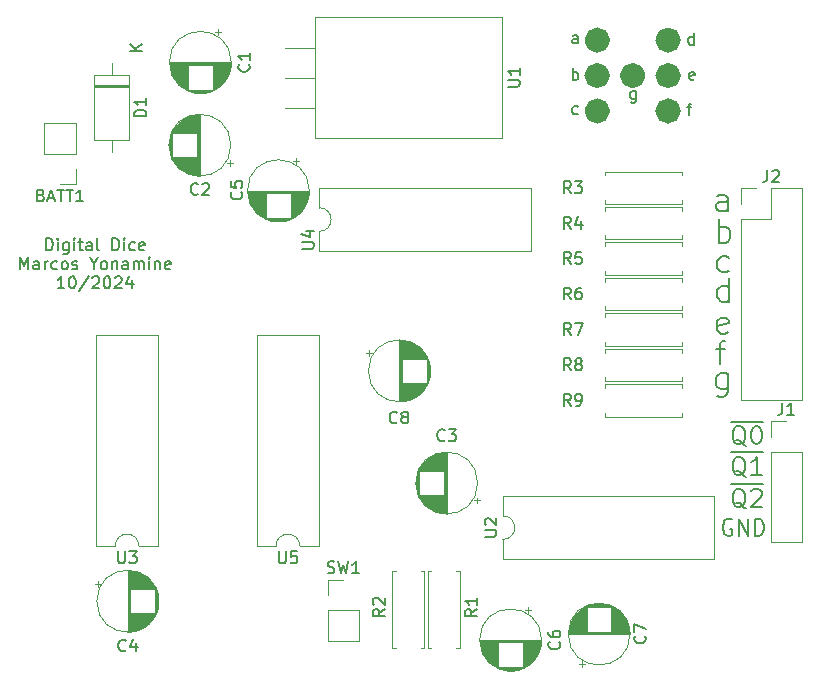
<source format=gbr>
%TF.GenerationSoftware,KiCad,Pcbnew,8.0.3*%
%TF.CreationDate,2024-10-06T22:02:56-03:00*%
%TF.ProjectId,digital_dice,64696769-7461-46c5-9f64-6963652e6b69,rev?*%
%TF.SameCoordinates,Original*%
%TF.FileFunction,Legend,Top*%
%TF.FilePolarity,Positive*%
%FSLAX46Y46*%
G04 Gerber Fmt 4.6, Leading zero omitted, Abs format (unit mm)*
G04 Created by KiCad (PCBNEW 8.0.3) date 2024-10-06 22:02:56*
%MOMM*%
%LPD*%
G01*
G04 APERTURE LIST*
%ADD10C,0.150000*%
%ADD11C,1.060000*%
%ADD12C,0.120000*%
G04 APERTURE END LIST*
D10*
X173465350Y-106703152D02*
X173465350Y-107512676D01*
X173465350Y-107512676D02*
X173417731Y-107607914D01*
X173417731Y-107607914D02*
X173370112Y-107655533D01*
X173370112Y-107655533D02*
X173274874Y-107703152D01*
X173274874Y-107703152D02*
X173132017Y-107703152D01*
X173132017Y-107703152D02*
X173036779Y-107655533D01*
X173465350Y-107322200D02*
X173370112Y-107369819D01*
X173370112Y-107369819D02*
X173179636Y-107369819D01*
X173179636Y-107369819D02*
X173084398Y-107322200D01*
X173084398Y-107322200D02*
X173036779Y-107274580D01*
X173036779Y-107274580D02*
X172989160Y-107179342D01*
X172989160Y-107179342D02*
X172989160Y-106893628D01*
X172989160Y-106893628D02*
X173036779Y-106798390D01*
X173036779Y-106798390D02*
X173084398Y-106750771D01*
X173084398Y-106750771D02*
X173179636Y-106703152D01*
X173179636Y-106703152D02*
X173370112Y-106703152D01*
X173370112Y-106703152D02*
X173465350Y-106750771D01*
X177793922Y-108103152D02*
X178174874Y-108103152D01*
X177936779Y-108769819D02*
X177936779Y-107912676D01*
X177936779Y-107912676D02*
X177984398Y-107817438D01*
X177984398Y-107817438D02*
X178079636Y-107769819D01*
X178079636Y-107769819D02*
X178174874Y-107769819D01*
X178417731Y-105722200D02*
X178322493Y-105769819D01*
X178322493Y-105769819D02*
X178132017Y-105769819D01*
X178132017Y-105769819D02*
X178036779Y-105722200D01*
X178036779Y-105722200D02*
X177989160Y-105626961D01*
X177989160Y-105626961D02*
X177989160Y-105246009D01*
X177989160Y-105246009D02*
X178036779Y-105150771D01*
X178036779Y-105150771D02*
X178132017Y-105103152D01*
X178132017Y-105103152D02*
X178322493Y-105103152D01*
X178322493Y-105103152D02*
X178417731Y-105150771D01*
X178417731Y-105150771D02*
X178465350Y-105246009D01*
X178465350Y-105246009D02*
X178465350Y-105341247D01*
X178465350Y-105341247D02*
X177989160Y-105436485D01*
X178365350Y-102769819D02*
X178365350Y-101769819D01*
X178365350Y-102722200D02*
X178270112Y-102769819D01*
X178270112Y-102769819D02*
X178079636Y-102769819D01*
X178079636Y-102769819D02*
X177984398Y-102722200D01*
X177984398Y-102722200D02*
X177936779Y-102674580D01*
X177936779Y-102674580D02*
X177889160Y-102579342D01*
X177889160Y-102579342D02*
X177889160Y-102293628D01*
X177889160Y-102293628D02*
X177936779Y-102198390D01*
X177936779Y-102198390D02*
X177984398Y-102150771D01*
X177984398Y-102150771D02*
X178079636Y-102103152D01*
X178079636Y-102103152D02*
X178270112Y-102103152D01*
X178270112Y-102103152D02*
X178365350Y-102150771D01*
X168565350Y-108622200D02*
X168470112Y-108669819D01*
X168470112Y-108669819D02*
X168279636Y-108669819D01*
X168279636Y-108669819D02*
X168184398Y-108622200D01*
X168184398Y-108622200D02*
X168136779Y-108574580D01*
X168136779Y-108574580D02*
X168089160Y-108479342D01*
X168089160Y-108479342D02*
X168089160Y-108193628D01*
X168089160Y-108193628D02*
X168136779Y-108098390D01*
X168136779Y-108098390D02*
X168184398Y-108050771D01*
X168184398Y-108050771D02*
X168279636Y-108003152D01*
X168279636Y-108003152D02*
X168470112Y-108003152D01*
X168470112Y-108003152D02*
X168565350Y-108050771D01*
X168136779Y-105769819D02*
X168136779Y-104769819D01*
X168136779Y-105150771D02*
X168232017Y-105103152D01*
X168232017Y-105103152D02*
X168422493Y-105103152D01*
X168422493Y-105103152D02*
X168517731Y-105150771D01*
X168517731Y-105150771D02*
X168565350Y-105198390D01*
X168565350Y-105198390D02*
X168612969Y-105293628D01*
X168612969Y-105293628D02*
X168612969Y-105579342D01*
X168612969Y-105579342D02*
X168565350Y-105674580D01*
X168565350Y-105674580D02*
X168517731Y-105722200D01*
X168517731Y-105722200D02*
X168422493Y-105769819D01*
X168422493Y-105769819D02*
X168232017Y-105769819D01*
X168232017Y-105769819D02*
X168136779Y-105722200D01*
X168565350Y-102669819D02*
X168565350Y-102146009D01*
X168565350Y-102146009D02*
X168517731Y-102050771D01*
X168517731Y-102050771D02*
X168422493Y-102003152D01*
X168422493Y-102003152D02*
X168232017Y-102003152D01*
X168232017Y-102003152D02*
X168136779Y-102050771D01*
X168565350Y-102622200D02*
X168470112Y-102669819D01*
X168470112Y-102669819D02*
X168232017Y-102669819D01*
X168232017Y-102669819D02*
X168136779Y-102622200D01*
X168136779Y-102622200D02*
X168089160Y-102526961D01*
X168089160Y-102526961D02*
X168089160Y-102431723D01*
X168089160Y-102431723D02*
X168136779Y-102336485D01*
X168136779Y-102336485D02*
X168232017Y-102288866D01*
X168232017Y-102288866D02*
X168470112Y-102288866D01*
X168470112Y-102288866D02*
X168565350Y-102241247D01*
D11*
X176730000Y-108400000D02*
G75*
G02*
X175670000Y-108400000I-530000J0D01*
G01*
X175670000Y-108400000D02*
G75*
G02*
X176730000Y-108400000I530000J0D01*
G01*
X176730000Y-105400000D02*
G75*
G02*
X175670000Y-105400000I-530000J0D01*
G01*
X175670000Y-105400000D02*
G75*
G02*
X176730000Y-105400000I530000J0D01*
G01*
X176730000Y-102400000D02*
G75*
G02*
X175670000Y-102400000I-530000J0D01*
G01*
X175670000Y-102400000D02*
G75*
G02*
X176730000Y-102400000I530000J0D01*
G01*
X173730000Y-105400000D02*
G75*
G02*
X172670000Y-105400000I-530000J0D01*
G01*
X172670000Y-105400000D02*
G75*
G02*
X173730000Y-105400000I530000J0D01*
G01*
X170730000Y-108400000D02*
G75*
G02*
X169670000Y-108400000I-530000J0D01*
G01*
X169670000Y-108400000D02*
G75*
G02*
X170730000Y-108400000I530000J0D01*
G01*
X170730000Y-105400000D02*
G75*
G02*
X169670000Y-105400000I-530000J0D01*
G01*
X169670000Y-105400000D02*
G75*
G02*
X170730000Y-105400000I530000J0D01*
G01*
X170730000Y-102400000D02*
G75*
G02*
X169670000Y-102400000I-530000J0D01*
G01*
X169670000Y-102400000D02*
G75*
G02*
X170730000Y-102400000I530000J0D01*
G01*
D10*
X123533333Y-120189819D02*
X123533333Y-119189819D01*
X123533333Y-119189819D02*
X123771428Y-119189819D01*
X123771428Y-119189819D02*
X123914285Y-119237438D01*
X123914285Y-119237438D02*
X124009523Y-119332676D01*
X124009523Y-119332676D02*
X124057142Y-119427914D01*
X124057142Y-119427914D02*
X124104761Y-119618390D01*
X124104761Y-119618390D02*
X124104761Y-119761247D01*
X124104761Y-119761247D02*
X124057142Y-119951723D01*
X124057142Y-119951723D02*
X124009523Y-120046961D01*
X124009523Y-120046961D02*
X123914285Y-120142200D01*
X123914285Y-120142200D02*
X123771428Y-120189819D01*
X123771428Y-120189819D02*
X123533333Y-120189819D01*
X124533333Y-120189819D02*
X124533333Y-119523152D01*
X124533333Y-119189819D02*
X124485714Y-119237438D01*
X124485714Y-119237438D02*
X124533333Y-119285057D01*
X124533333Y-119285057D02*
X124580952Y-119237438D01*
X124580952Y-119237438D02*
X124533333Y-119189819D01*
X124533333Y-119189819D02*
X124533333Y-119285057D01*
X125438094Y-119523152D02*
X125438094Y-120332676D01*
X125438094Y-120332676D02*
X125390475Y-120427914D01*
X125390475Y-120427914D02*
X125342856Y-120475533D01*
X125342856Y-120475533D02*
X125247618Y-120523152D01*
X125247618Y-120523152D02*
X125104761Y-120523152D01*
X125104761Y-120523152D02*
X125009523Y-120475533D01*
X125438094Y-120142200D02*
X125342856Y-120189819D01*
X125342856Y-120189819D02*
X125152380Y-120189819D01*
X125152380Y-120189819D02*
X125057142Y-120142200D01*
X125057142Y-120142200D02*
X125009523Y-120094580D01*
X125009523Y-120094580D02*
X124961904Y-119999342D01*
X124961904Y-119999342D02*
X124961904Y-119713628D01*
X124961904Y-119713628D02*
X125009523Y-119618390D01*
X125009523Y-119618390D02*
X125057142Y-119570771D01*
X125057142Y-119570771D02*
X125152380Y-119523152D01*
X125152380Y-119523152D02*
X125342856Y-119523152D01*
X125342856Y-119523152D02*
X125438094Y-119570771D01*
X125914285Y-120189819D02*
X125914285Y-119523152D01*
X125914285Y-119189819D02*
X125866666Y-119237438D01*
X125866666Y-119237438D02*
X125914285Y-119285057D01*
X125914285Y-119285057D02*
X125961904Y-119237438D01*
X125961904Y-119237438D02*
X125914285Y-119189819D01*
X125914285Y-119189819D02*
X125914285Y-119285057D01*
X126247618Y-119523152D02*
X126628570Y-119523152D01*
X126390475Y-119189819D02*
X126390475Y-120046961D01*
X126390475Y-120046961D02*
X126438094Y-120142200D01*
X126438094Y-120142200D02*
X126533332Y-120189819D01*
X126533332Y-120189819D02*
X126628570Y-120189819D01*
X127390475Y-120189819D02*
X127390475Y-119666009D01*
X127390475Y-119666009D02*
X127342856Y-119570771D01*
X127342856Y-119570771D02*
X127247618Y-119523152D01*
X127247618Y-119523152D02*
X127057142Y-119523152D01*
X127057142Y-119523152D02*
X126961904Y-119570771D01*
X127390475Y-120142200D02*
X127295237Y-120189819D01*
X127295237Y-120189819D02*
X127057142Y-120189819D01*
X127057142Y-120189819D02*
X126961904Y-120142200D01*
X126961904Y-120142200D02*
X126914285Y-120046961D01*
X126914285Y-120046961D02*
X126914285Y-119951723D01*
X126914285Y-119951723D02*
X126961904Y-119856485D01*
X126961904Y-119856485D02*
X127057142Y-119808866D01*
X127057142Y-119808866D02*
X127295237Y-119808866D01*
X127295237Y-119808866D02*
X127390475Y-119761247D01*
X128009523Y-120189819D02*
X127914285Y-120142200D01*
X127914285Y-120142200D02*
X127866666Y-120046961D01*
X127866666Y-120046961D02*
X127866666Y-119189819D01*
X129152381Y-120189819D02*
X129152381Y-119189819D01*
X129152381Y-119189819D02*
X129390476Y-119189819D01*
X129390476Y-119189819D02*
X129533333Y-119237438D01*
X129533333Y-119237438D02*
X129628571Y-119332676D01*
X129628571Y-119332676D02*
X129676190Y-119427914D01*
X129676190Y-119427914D02*
X129723809Y-119618390D01*
X129723809Y-119618390D02*
X129723809Y-119761247D01*
X129723809Y-119761247D02*
X129676190Y-119951723D01*
X129676190Y-119951723D02*
X129628571Y-120046961D01*
X129628571Y-120046961D02*
X129533333Y-120142200D01*
X129533333Y-120142200D02*
X129390476Y-120189819D01*
X129390476Y-120189819D02*
X129152381Y-120189819D01*
X130152381Y-120189819D02*
X130152381Y-119523152D01*
X130152381Y-119189819D02*
X130104762Y-119237438D01*
X130104762Y-119237438D02*
X130152381Y-119285057D01*
X130152381Y-119285057D02*
X130200000Y-119237438D01*
X130200000Y-119237438D02*
X130152381Y-119189819D01*
X130152381Y-119189819D02*
X130152381Y-119285057D01*
X131057142Y-120142200D02*
X130961904Y-120189819D01*
X130961904Y-120189819D02*
X130771428Y-120189819D01*
X130771428Y-120189819D02*
X130676190Y-120142200D01*
X130676190Y-120142200D02*
X130628571Y-120094580D01*
X130628571Y-120094580D02*
X130580952Y-119999342D01*
X130580952Y-119999342D02*
X130580952Y-119713628D01*
X130580952Y-119713628D02*
X130628571Y-119618390D01*
X130628571Y-119618390D02*
X130676190Y-119570771D01*
X130676190Y-119570771D02*
X130771428Y-119523152D01*
X130771428Y-119523152D02*
X130961904Y-119523152D01*
X130961904Y-119523152D02*
X131057142Y-119570771D01*
X131866666Y-120142200D02*
X131771428Y-120189819D01*
X131771428Y-120189819D02*
X131580952Y-120189819D01*
X131580952Y-120189819D02*
X131485714Y-120142200D01*
X131485714Y-120142200D02*
X131438095Y-120046961D01*
X131438095Y-120046961D02*
X131438095Y-119666009D01*
X131438095Y-119666009D02*
X131485714Y-119570771D01*
X131485714Y-119570771D02*
X131580952Y-119523152D01*
X131580952Y-119523152D02*
X131771428Y-119523152D01*
X131771428Y-119523152D02*
X131866666Y-119570771D01*
X131866666Y-119570771D02*
X131914285Y-119666009D01*
X131914285Y-119666009D02*
X131914285Y-119761247D01*
X131914285Y-119761247D02*
X131438095Y-119856485D01*
X121366666Y-121799763D02*
X121366666Y-120799763D01*
X121366666Y-120799763D02*
X121699999Y-121514048D01*
X121699999Y-121514048D02*
X122033332Y-120799763D01*
X122033332Y-120799763D02*
X122033332Y-121799763D01*
X122938094Y-121799763D02*
X122938094Y-121275953D01*
X122938094Y-121275953D02*
X122890475Y-121180715D01*
X122890475Y-121180715D02*
X122795237Y-121133096D01*
X122795237Y-121133096D02*
X122604761Y-121133096D01*
X122604761Y-121133096D02*
X122509523Y-121180715D01*
X122938094Y-121752144D02*
X122842856Y-121799763D01*
X122842856Y-121799763D02*
X122604761Y-121799763D01*
X122604761Y-121799763D02*
X122509523Y-121752144D01*
X122509523Y-121752144D02*
X122461904Y-121656905D01*
X122461904Y-121656905D02*
X122461904Y-121561667D01*
X122461904Y-121561667D02*
X122509523Y-121466429D01*
X122509523Y-121466429D02*
X122604761Y-121418810D01*
X122604761Y-121418810D02*
X122842856Y-121418810D01*
X122842856Y-121418810D02*
X122938094Y-121371191D01*
X123414285Y-121799763D02*
X123414285Y-121133096D01*
X123414285Y-121323572D02*
X123461904Y-121228334D01*
X123461904Y-121228334D02*
X123509523Y-121180715D01*
X123509523Y-121180715D02*
X123604761Y-121133096D01*
X123604761Y-121133096D02*
X123699999Y-121133096D01*
X124461904Y-121752144D02*
X124366666Y-121799763D01*
X124366666Y-121799763D02*
X124176190Y-121799763D01*
X124176190Y-121799763D02*
X124080952Y-121752144D01*
X124080952Y-121752144D02*
X124033333Y-121704524D01*
X124033333Y-121704524D02*
X123985714Y-121609286D01*
X123985714Y-121609286D02*
X123985714Y-121323572D01*
X123985714Y-121323572D02*
X124033333Y-121228334D01*
X124033333Y-121228334D02*
X124080952Y-121180715D01*
X124080952Y-121180715D02*
X124176190Y-121133096D01*
X124176190Y-121133096D02*
X124366666Y-121133096D01*
X124366666Y-121133096D02*
X124461904Y-121180715D01*
X125033333Y-121799763D02*
X124938095Y-121752144D01*
X124938095Y-121752144D02*
X124890476Y-121704524D01*
X124890476Y-121704524D02*
X124842857Y-121609286D01*
X124842857Y-121609286D02*
X124842857Y-121323572D01*
X124842857Y-121323572D02*
X124890476Y-121228334D01*
X124890476Y-121228334D02*
X124938095Y-121180715D01*
X124938095Y-121180715D02*
X125033333Y-121133096D01*
X125033333Y-121133096D02*
X125176190Y-121133096D01*
X125176190Y-121133096D02*
X125271428Y-121180715D01*
X125271428Y-121180715D02*
X125319047Y-121228334D01*
X125319047Y-121228334D02*
X125366666Y-121323572D01*
X125366666Y-121323572D02*
X125366666Y-121609286D01*
X125366666Y-121609286D02*
X125319047Y-121704524D01*
X125319047Y-121704524D02*
X125271428Y-121752144D01*
X125271428Y-121752144D02*
X125176190Y-121799763D01*
X125176190Y-121799763D02*
X125033333Y-121799763D01*
X125747619Y-121752144D02*
X125842857Y-121799763D01*
X125842857Y-121799763D02*
X126033333Y-121799763D01*
X126033333Y-121799763D02*
X126128571Y-121752144D01*
X126128571Y-121752144D02*
X126176190Y-121656905D01*
X126176190Y-121656905D02*
X126176190Y-121609286D01*
X126176190Y-121609286D02*
X126128571Y-121514048D01*
X126128571Y-121514048D02*
X126033333Y-121466429D01*
X126033333Y-121466429D02*
X125890476Y-121466429D01*
X125890476Y-121466429D02*
X125795238Y-121418810D01*
X125795238Y-121418810D02*
X125747619Y-121323572D01*
X125747619Y-121323572D02*
X125747619Y-121275953D01*
X125747619Y-121275953D02*
X125795238Y-121180715D01*
X125795238Y-121180715D02*
X125890476Y-121133096D01*
X125890476Y-121133096D02*
X126033333Y-121133096D01*
X126033333Y-121133096D02*
X126128571Y-121180715D01*
X127557143Y-121323572D02*
X127557143Y-121799763D01*
X127223810Y-120799763D02*
X127557143Y-121323572D01*
X127557143Y-121323572D02*
X127890476Y-120799763D01*
X128366667Y-121799763D02*
X128271429Y-121752144D01*
X128271429Y-121752144D02*
X128223810Y-121704524D01*
X128223810Y-121704524D02*
X128176191Y-121609286D01*
X128176191Y-121609286D02*
X128176191Y-121323572D01*
X128176191Y-121323572D02*
X128223810Y-121228334D01*
X128223810Y-121228334D02*
X128271429Y-121180715D01*
X128271429Y-121180715D02*
X128366667Y-121133096D01*
X128366667Y-121133096D02*
X128509524Y-121133096D01*
X128509524Y-121133096D02*
X128604762Y-121180715D01*
X128604762Y-121180715D02*
X128652381Y-121228334D01*
X128652381Y-121228334D02*
X128700000Y-121323572D01*
X128700000Y-121323572D02*
X128700000Y-121609286D01*
X128700000Y-121609286D02*
X128652381Y-121704524D01*
X128652381Y-121704524D02*
X128604762Y-121752144D01*
X128604762Y-121752144D02*
X128509524Y-121799763D01*
X128509524Y-121799763D02*
X128366667Y-121799763D01*
X129128572Y-121133096D02*
X129128572Y-121799763D01*
X129128572Y-121228334D02*
X129176191Y-121180715D01*
X129176191Y-121180715D02*
X129271429Y-121133096D01*
X129271429Y-121133096D02*
X129414286Y-121133096D01*
X129414286Y-121133096D02*
X129509524Y-121180715D01*
X129509524Y-121180715D02*
X129557143Y-121275953D01*
X129557143Y-121275953D02*
X129557143Y-121799763D01*
X130461905Y-121799763D02*
X130461905Y-121275953D01*
X130461905Y-121275953D02*
X130414286Y-121180715D01*
X130414286Y-121180715D02*
X130319048Y-121133096D01*
X130319048Y-121133096D02*
X130128572Y-121133096D01*
X130128572Y-121133096D02*
X130033334Y-121180715D01*
X130461905Y-121752144D02*
X130366667Y-121799763D01*
X130366667Y-121799763D02*
X130128572Y-121799763D01*
X130128572Y-121799763D02*
X130033334Y-121752144D01*
X130033334Y-121752144D02*
X129985715Y-121656905D01*
X129985715Y-121656905D02*
X129985715Y-121561667D01*
X129985715Y-121561667D02*
X130033334Y-121466429D01*
X130033334Y-121466429D02*
X130128572Y-121418810D01*
X130128572Y-121418810D02*
X130366667Y-121418810D01*
X130366667Y-121418810D02*
X130461905Y-121371191D01*
X130938096Y-121799763D02*
X130938096Y-121133096D01*
X130938096Y-121228334D02*
X130985715Y-121180715D01*
X130985715Y-121180715D02*
X131080953Y-121133096D01*
X131080953Y-121133096D02*
X131223810Y-121133096D01*
X131223810Y-121133096D02*
X131319048Y-121180715D01*
X131319048Y-121180715D02*
X131366667Y-121275953D01*
X131366667Y-121275953D02*
X131366667Y-121799763D01*
X131366667Y-121275953D02*
X131414286Y-121180715D01*
X131414286Y-121180715D02*
X131509524Y-121133096D01*
X131509524Y-121133096D02*
X131652381Y-121133096D01*
X131652381Y-121133096D02*
X131747620Y-121180715D01*
X131747620Y-121180715D02*
X131795239Y-121275953D01*
X131795239Y-121275953D02*
X131795239Y-121799763D01*
X132271429Y-121799763D02*
X132271429Y-121133096D01*
X132271429Y-120799763D02*
X132223810Y-120847382D01*
X132223810Y-120847382D02*
X132271429Y-120895001D01*
X132271429Y-120895001D02*
X132319048Y-120847382D01*
X132319048Y-120847382D02*
X132271429Y-120799763D01*
X132271429Y-120799763D02*
X132271429Y-120895001D01*
X132747619Y-121133096D02*
X132747619Y-121799763D01*
X132747619Y-121228334D02*
X132795238Y-121180715D01*
X132795238Y-121180715D02*
X132890476Y-121133096D01*
X132890476Y-121133096D02*
X133033333Y-121133096D01*
X133033333Y-121133096D02*
X133128571Y-121180715D01*
X133128571Y-121180715D02*
X133176190Y-121275953D01*
X133176190Y-121275953D02*
X133176190Y-121799763D01*
X134033333Y-121752144D02*
X133938095Y-121799763D01*
X133938095Y-121799763D02*
X133747619Y-121799763D01*
X133747619Y-121799763D02*
X133652381Y-121752144D01*
X133652381Y-121752144D02*
X133604762Y-121656905D01*
X133604762Y-121656905D02*
X133604762Y-121275953D01*
X133604762Y-121275953D02*
X133652381Y-121180715D01*
X133652381Y-121180715D02*
X133747619Y-121133096D01*
X133747619Y-121133096D02*
X133938095Y-121133096D01*
X133938095Y-121133096D02*
X134033333Y-121180715D01*
X134033333Y-121180715D02*
X134080952Y-121275953D01*
X134080952Y-121275953D02*
X134080952Y-121371191D01*
X134080952Y-121371191D02*
X133604762Y-121466429D01*
X125080952Y-123409707D02*
X124509524Y-123409707D01*
X124795238Y-123409707D02*
X124795238Y-122409707D01*
X124795238Y-122409707D02*
X124700000Y-122552564D01*
X124700000Y-122552564D02*
X124604762Y-122647802D01*
X124604762Y-122647802D02*
X124509524Y-122695421D01*
X125700000Y-122409707D02*
X125795238Y-122409707D01*
X125795238Y-122409707D02*
X125890476Y-122457326D01*
X125890476Y-122457326D02*
X125938095Y-122504945D01*
X125938095Y-122504945D02*
X125985714Y-122600183D01*
X125985714Y-122600183D02*
X126033333Y-122790659D01*
X126033333Y-122790659D02*
X126033333Y-123028754D01*
X126033333Y-123028754D02*
X125985714Y-123219230D01*
X125985714Y-123219230D02*
X125938095Y-123314468D01*
X125938095Y-123314468D02*
X125890476Y-123362088D01*
X125890476Y-123362088D02*
X125795238Y-123409707D01*
X125795238Y-123409707D02*
X125700000Y-123409707D01*
X125700000Y-123409707D02*
X125604762Y-123362088D01*
X125604762Y-123362088D02*
X125557143Y-123314468D01*
X125557143Y-123314468D02*
X125509524Y-123219230D01*
X125509524Y-123219230D02*
X125461905Y-123028754D01*
X125461905Y-123028754D02*
X125461905Y-122790659D01*
X125461905Y-122790659D02*
X125509524Y-122600183D01*
X125509524Y-122600183D02*
X125557143Y-122504945D01*
X125557143Y-122504945D02*
X125604762Y-122457326D01*
X125604762Y-122457326D02*
X125700000Y-122409707D01*
X127176190Y-122362088D02*
X126319048Y-123647802D01*
X127461905Y-122504945D02*
X127509524Y-122457326D01*
X127509524Y-122457326D02*
X127604762Y-122409707D01*
X127604762Y-122409707D02*
X127842857Y-122409707D01*
X127842857Y-122409707D02*
X127938095Y-122457326D01*
X127938095Y-122457326D02*
X127985714Y-122504945D01*
X127985714Y-122504945D02*
X128033333Y-122600183D01*
X128033333Y-122600183D02*
X128033333Y-122695421D01*
X128033333Y-122695421D02*
X127985714Y-122838278D01*
X127985714Y-122838278D02*
X127414286Y-123409707D01*
X127414286Y-123409707D02*
X128033333Y-123409707D01*
X128652381Y-122409707D02*
X128747619Y-122409707D01*
X128747619Y-122409707D02*
X128842857Y-122457326D01*
X128842857Y-122457326D02*
X128890476Y-122504945D01*
X128890476Y-122504945D02*
X128938095Y-122600183D01*
X128938095Y-122600183D02*
X128985714Y-122790659D01*
X128985714Y-122790659D02*
X128985714Y-123028754D01*
X128985714Y-123028754D02*
X128938095Y-123219230D01*
X128938095Y-123219230D02*
X128890476Y-123314468D01*
X128890476Y-123314468D02*
X128842857Y-123362088D01*
X128842857Y-123362088D02*
X128747619Y-123409707D01*
X128747619Y-123409707D02*
X128652381Y-123409707D01*
X128652381Y-123409707D02*
X128557143Y-123362088D01*
X128557143Y-123362088D02*
X128509524Y-123314468D01*
X128509524Y-123314468D02*
X128461905Y-123219230D01*
X128461905Y-123219230D02*
X128414286Y-123028754D01*
X128414286Y-123028754D02*
X128414286Y-122790659D01*
X128414286Y-122790659D02*
X128461905Y-122600183D01*
X128461905Y-122600183D02*
X128509524Y-122504945D01*
X128509524Y-122504945D02*
X128557143Y-122457326D01*
X128557143Y-122457326D02*
X128652381Y-122409707D01*
X129366667Y-122504945D02*
X129414286Y-122457326D01*
X129414286Y-122457326D02*
X129509524Y-122409707D01*
X129509524Y-122409707D02*
X129747619Y-122409707D01*
X129747619Y-122409707D02*
X129842857Y-122457326D01*
X129842857Y-122457326D02*
X129890476Y-122504945D01*
X129890476Y-122504945D02*
X129938095Y-122600183D01*
X129938095Y-122600183D02*
X129938095Y-122695421D01*
X129938095Y-122695421D02*
X129890476Y-122838278D01*
X129890476Y-122838278D02*
X129319048Y-123409707D01*
X129319048Y-123409707D02*
X129938095Y-123409707D01*
X130795238Y-122743040D02*
X130795238Y-123409707D01*
X130557143Y-122362088D02*
X130319048Y-123076373D01*
X130319048Y-123076373D02*
X130938095Y-123076373D01*
X182755826Y-142051485D02*
X182612969Y-141980057D01*
X182612969Y-141980057D02*
X182470112Y-141837200D01*
X182470112Y-141837200D02*
X182255826Y-141622914D01*
X182255826Y-141622914D02*
X182112969Y-141551485D01*
X182112969Y-141551485D02*
X181970112Y-141551485D01*
X182041541Y-141908628D02*
X181898684Y-141837200D01*
X181898684Y-141837200D02*
X181755826Y-141694342D01*
X181755826Y-141694342D02*
X181684398Y-141408628D01*
X181684398Y-141408628D02*
X181684398Y-140908628D01*
X181684398Y-140908628D02*
X181755826Y-140622914D01*
X181755826Y-140622914D02*
X181898684Y-140480057D01*
X181898684Y-140480057D02*
X182041541Y-140408628D01*
X182041541Y-140408628D02*
X182327255Y-140408628D01*
X182327255Y-140408628D02*
X182470112Y-140480057D01*
X182470112Y-140480057D02*
X182612969Y-140622914D01*
X182612969Y-140622914D02*
X182684398Y-140908628D01*
X182684398Y-140908628D02*
X182684398Y-141408628D01*
X182684398Y-141408628D02*
X182612969Y-141694342D01*
X182612969Y-141694342D02*
X182470112Y-141837200D01*
X182470112Y-141837200D02*
X182327255Y-141908628D01*
X182327255Y-141908628D02*
X182041541Y-141908628D01*
X183255827Y-140551485D02*
X183327255Y-140480057D01*
X183327255Y-140480057D02*
X183470113Y-140408628D01*
X183470113Y-140408628D02*
X183827255Y-140408628D01*
X183827255Y-140408628D02*
X183970113Y-140480057D01*
X183970113Y-140480057D02*
X184041541Y-140551485D01*
X184041541Y-140551485D02*
X184112970Y-140694342D01*
X184112970Y-140694342D02*
X184112970Y-140837200D01*
X184112970Y-140837200D02*
X184041541Y-141051485D01*
X184041541Y-141051485D02*
X183184398Y-141908628D01*
X183184398Y-141908628D02*
X184112970Y-141908628D01*
X181548684Y-139992200D02*
X184248684Y-139992200D01*
X182755826Y-139351485D02*
X182612969Y-139280057D01*
X182612969Y-139280057D02*
X182470112Y-139137200D01*
X182470112Y-139137200D02*
X182255826Y-138922914D01*
X182255826Y-138922914D02*
X182112969Y-138851485D01*
X182112969Y-138851485D02*
X181970112Y-138851485D01*
X182041541Y-139208628D02*
X181898684Y-139137200D01*
X181898684Y-139137200D02*
X181755826Y-138994342D01*
X181755826Y-138994342D02*
X181684398Y-138708628D01*
X181684398Y-138708628D02*
X181684398Y-138208628D01*
X181684398Y-138208628D02*
X181755826Y-137922914D01*
X181755826Y-137922914D02*
X181898684Y-137780057D01*
X181898684Y-137780057D02*
X182041541Y-137708628D01*
X182041541Y-137708628D02*
X182327255Y-137708628D01*
X182327255Y-137708628D02*
X182470112Y-137780057D01*
X182470112Y-137780057D02*
X182612969Y-137922914D01*
X182612969Y-137922914D02*
X182684398Y-138208628D01*
X182684398Y-138208628D02*
X182684398Y-138708628D01*
X182684398Y-138708628D02*
X182612969Y-138994342D01*
X182612969Y-138994342D02*
X182470112Y-139137200D01*
X182470112Y-139137200D02*
X182327255Y-139208628D01*
X182327255Y-139208628D02*
X182041541Y-139208628D01*
X184112970Y-139208628D02*
X183255827Y-139208628D01*
X183684398Y-139208628D02*
X183684398Y-137708628D01*
X183684398Y-137708628D02*
X183541541Y-137922914D01*
X183541541Y-137922914D02*
X183398684Y-138065771D01*
X183398684Y-138065771D02*
X183255827Y-138137200D01*
X181548684Y-137292200D02*
X184248684Y-137292200D01*
X181332017Y-124547438D02*
X181332017Y-122547438D01*
X181332017Y-124452200D02*
X181141541Y-124547438D01*
X181141541Y-124547438D02*
X180760588Y-124547438D01*
X180760588Y-124547438D02*
X180570112Y-124452200D01*
X180570112Y-124452200D02*
X180474874Y-124356961D01*
X180474874Y-124356961D02*
X180379636Y-124166485D01*
X180379636Y-124166485D02*
X180379636Y-123595057D01*
X180379636Y-123595057D02*
X180474874Y-123404580D01*
X180474874Y-123404580D02*
X180570112Y-123309342D01*
X180570112Y-123309342D02*
X180760588Y-123214104D01*
X180760588Y-123214104D02*
X181141541Y-123214104D01*
X181141541Y-123214104D02*
X181332017Y-123309342D01*
X181589160Y-142980057D02*
X181465350Y-142908628D01*
X181465350Y-142908628D02*
X181279636Y-142908628D01*
X181279636Y-142908628D02*
X181093922Y-142980057D01*
X181093922Y-142980057D02*
X180970112Y-143122914D01*
X180970112Y-143122914D02*
X180908207Y-143265771D01*
X180908207Y-143265771D02*
X180846303Y-143551485D01*
X180846303Y-143551485D02*
X180846303Y-143765771D01*
X180846303Y-143765771D02*
X180908207Y-144051485D01*
X180908207Y-144051485D02*
X180970112Y-144194342D01*
X180970112Y-144194342D02*
X181093922Y-144337200D01*
X181093922Y-144337200D02*
X181279636Y-144408628D01*
X181279636Y-144408628D02*
X181403445Y-144408628D01*
X181403445Y-144408628D02*
X181589160Y-144337200D01*
X181589160Y-144337200D02*
X181651064Y-144265771D01*
X181651064Y-144265771D02*
X181651064Y-143765771D01*
X181651064Y-143765771D02*
X181403445Y-143765771D01*
X182208207Y-144408628D02*
X182208207Y-142908628D01*
X182208207Y-142908628D02*
X182951064Y-144408628D01*
X182951064Y-144408628D02*
X182951064Y-142908628D01*
X183570112Y-144408628D02*
X183570112Y-142908628D01*
X183570112Y-142908628D02*
X183879636Y-142908628D01*
X183879636Y-142908628D02*
X184065350Y-142980057D01*
X184065350Y-142980057D02*
X184189160Y-143122914D01*
X184189160Y-143122914D02*
X184251065Y-143265771D01*
X184251065Y-143265771D02*
X184312969Y-143551485D01*
X184312969Y-143551485D02*
X184312969Y-143765771D01*
X184312969Y-143765771D02*
X184251065Y-144051485D01*
X184251065Y-144051485D02*
X184189160Y-144194342D01*
X184189160Y-144194342D02*
X184065350Y-144337200D01*
X184065350Y-144337200D02*
X183879636Y-144408628D01*
X183879636Y-144408628D02*
X183570112Y-144408628D01*
X181236779Y-127152200D02*
X181046303Y-127247438D01*
X181046303Y-127247438D02*
X180665350Y-127247438D01*
X180665350Y-127247438D02*
X180474874Y-127152200D01*
X180474874Y-127152200D02*
X180379636Y-126961723D01*
X180379636Y-126961723D02*
X180379636Y-126199819D01*
X180379636Y-126199819D02*
X180474874Y-126009342D01*
X180474874Y-126009342D02*
X180665350Y-125914104D01*
X180665350Y-125914104D02*
X181046303Y-125914104D01*
X181046303Y-125914104D02*
X181236779Y-126009342D01*
X181236779Y-126009342D02*
X181332017Y-126199819D01*
X181332017Y-126199819D02*
X181332017Y-126390295D01*
X181332017Y-126390295D02*
X180379636Y-126580771D01*
X182755826Y-136751485D02*
X182612969Y-136680057D01*
X182612969Y-136680057D02*
X182470112Y-136537200D01*
X182470112Y-136537200D02*
X182255826Y-136322914D01*
X182255826Y-136322914D02*
X182112969Y-136251485D01*
X182112969Y-136251485D02*
X181970112Y-136251485D01*
X182041541Y-136608628D02*
X181898684Y-136537200D01*
X181898684Y-136537200D02*
X181755826Y-136394342D01*
X181755826Y-136394342D02*
X181684398Y-136108628D01*
X181684398Y-136108628D02*
X181684398Y-135608628D01*
X181684398Y-135608628D02*
X181755826Y-135322914D01*
X181755826Y-135322914D02*
X181898684Y-135180057D01*
X181898684Y-135180057D02*
X182041541Y-135108628D01*
X182041541Y-135108628D02*
X182327255Y-135108628D01*
X182327255Y-135108628D02*
X182470112Y-135180057D01*
X182470112Y-135180057D02*
X182612969Y-135322914D01*
X182612969Y-135322914D02*
X182684398Y-135608628D01*
X182684398Y-135608628D02*
X182684398Y-136108628D01*
X182684398Y-136108628D02*
X182612969Y-136394342D01*
X182612969Y-136394342D02*
X182470112Y-136537200D01*
X182470112Y-136537200D02*
X182327255Y-136608628D01*
X182327255Y-136608628D02*
X182041541Y-136608628D01*
X183612970Y-135108628D02*
X183755827Y-135108628D01*
X183755827Y-135108628D02*
X183898684Y-135180057D01*
X183898684Y-135180057D02*
X183970113Y-135251485D01*
X183970113Y-135251485D02*
X184041541Y-135394342D01*
X184041541Y-135394342D02*
X184112970Y-135680057D01*
X184112970Y-135680057D02*
X184112970Y-136037200D01*
X184112970Y-136037200D02*
X184041541Y-136322914D01*
X184041541Y-136322914D02*
X183970113Y-136465771D01*
X183970113Y-136465771D02*
X183898684Y-136537200D01*
X183898684Y-136537200D02*
X183755827Y-136608628D01*
X183755827Y-136608628D02*
X183612970Y-136608628D01*
X183612970Y-136608628D02*
X183470113Y-136537200D01*
X183470113Y-136537200D02*
X183398684Y-136465771D01*
X183398684Y-136465771D02*
X183327255Y-136322914D01*
X183327255Y-136322914D02*
X183255827Y-136037200D01*
X183255827Y-136037200D02*
X183255827Y-135680057D01*
X183255827Y-135680057D02*
X183327255Y-135394342D01*
X183327255Y-135394342D02*
X183398684Y-135251485D01*
X183398684Y-135251485D02*
X183470113Y-135180057D01*
X183470113Y-135180057D02*
X183612970Y-135108628D01*
X181548684Y-134692200D02*
X184248684Y-134692200D01*
X180289160Y-128514104D02*
X181051064Y-128514104D01*
X180574874Y-129847438D02*
X180574874Y-128133152D01*
X180574874Y-128133152D02*
X180670112Y-127942676D01*
X180670112Y-127942676D02*
X180860588Y-127847438D01*
X180860588Y-127847438D02*
X181051064Y-127847438D01*
X181332017Y-121952200D02*
X181141541Y-122047438D01*
X181141541Y-122047438D02*
X180760588Y-122047438D01*
X180760588Y-122047438D02*
X180570112Y-121952200D01*
X180570112Y-121952200D02*
X180474874Y-121856961D01*
X180474874Y-121856961D02*
X180379636Y-121666485D01*
X180379636Y-121666485D02*
X180379636Y-121095057D01*
X180379636Y-121095057D02*
X180474874Y-120904580D01*
X180474874Y-120904580D02*
X180570112Y-120809342D01*
X180570112Y-120809342D02*
X180760588Y-120714104D01*
X180760588Y-120714104D02*
X181141541Y-120714104D01*
X181141541Y-120714104D02*
X181332017Y-120809342D01*
X181232017Y-130614104D02*
X181232017Y-132233152D01*
X181232017Y-132233152D02*
X181136779Y-132423628D01*
X181136779Y-132423628D02*
X181041541Y-132518866D01*
X181041541Y-132518866D02*
X180851064Y-132614104D01*
X180851064Y-132614104D02*
X180565350Y-132614104D01*
X180565350Y-132614104D02*
X180374874Y-132518866D01*
X181232017Y-131852200D02*
X181041541Y-131947438D01*
X181041541Y-131947438D02*
X180660588Y-131947438D01*
X180660588Y-131947438D02*
X180470112Y-131852200D01*
X180470112Y-131852200D02*
X180374874Y-131756961D01*
X180374874Y-131756961D02*
X180279636Y-131566485D01*
X180279636Y-131566485D02*
X180279636Y-130995057D01*
X180279636Y-130995057D02*
X180374874Y-130804580D01*
X180374874Y-130804580D02*
X180470112Y-130709342D01*
X180470112Y-130709342D02*
X180660588Y-130614104D01*
X180660588Y-130614104D02*
X181041541Y-130614104D01*
X181041541Y-130614104D02*
X181232017Y-130709342D01*
X180474874Y-119547438D02*
X180474874Y-117547438D01*
X180474874Y-118309342D02*
X180665350Y-118214104D01*
X180665350Y-118214104D02*
X181046303Y-118214104D01*
X181046303Y-118214104D02*
X181236779Y-118309342D01*
X181236779Y-118309342D02*
X181332017Y-118404580D01*
X181332017Y-118404580D02*
X181427255Y-118595057D01*
X181427255Y-118595057D02*
X181427255Y-119166485D01*
X181427255Y-119166485D02*
X181332017Y-119356961D01*
X181332017Y-119356961D02*
X181236779Y-119452200D01*
X181236779Y-119452200D02*
X181046303Y-119547438D01*
X181046303Y-119547438D02*
X180665350Y-119547438D01*
X180665350Y-119547438D02*
X180474874Y-119452200D01*
X181232017Y-116847438D02*
X181232017Y-115799819D01*
X181232017Y-115799819D02*
X181136779Y-115609342D01*
X181136779Y-115609342D02*
X180946303Y-115514104D01*
X180946303Y-115514104D02*
X180565350Y-115514104D01*
X180565350Y-115514104D02*
X180374874Y-115609342D01*
X181232017Y-116752200D02*
X181041541Y-116847438D01*
X181041541Y-116847438D02*
X180565350Y-116847438D01*
X180565350Y-116847438D02*
X180374874Y-116752200D01*
X180374874Y-116752200D02*
X180279636Y-116561723D01*
X180279636Y-116561723D02*
X180279636Y-116371247D01*
X180279636Y-116371247D02*
X180374874Y-116180771D01*
X180374874Y-116180771D02*
X180565350Y-116085533D01*
X180565350Y-116085533D02*
X181041541Y-116085533D01*
X181041541Y-116085533D02*
X181232017Y-115990295D01*
X140059580Y-115271779D02*
X140107200Y-115319398D01*
X140107200Y-115319398D02*
X140154819Y-115462255D01*
X140154819Y-115462255D02*
X140154819Y-115557493D01*
X140154819Y-115557493D02*
X140107200Y-115700350D01*
X140107200Y-115700350D02*
X140011961Y-115795588D01*
X140011961Y-115795588D02*
X139916723Y-115843207D01*
X139916723Y-115843207D02*
X139726247Y-115890826D01*
X139726247Y-115890826D02*
X139583390Y-115890826D01*
X139583390Y-115890826D02*
X139392914Y-115843207D01*
X139392914Y-115843207D02*
X139297676Y-115795588D01*
X139297676Y-115795588D02*
X139202438Y-115700350D01*
X139202438Y-115700350D02*
X139154819Y-115557493D01*
X139154819Y-115557493D02*
X139154819Y-115462255D01*
X139154819Y-115462255D02*
X139202438Y-115319398D01*
X139202438Y-115319398D02*
X139250057Y-115271779D01*
X139154819Y-114367017D02*
X139154819Y-114843207D01*
X139154819Y-114843207D02*
X139631009Y-114890826D01*
X139631009Y-114890826D02*
X139583390Y-114843207D01*
X139583390Y-114843207D02*
X139535771Y-114747969D01*
X139535771Y-114747969D02*
X139535771Y-114509874D01*
X139535771Y-114509874D02*
X139583390Y-114414636D01*
X139583390Y-114414636D02*
X139631009Y-114367017D01*
X139631009Y-114367017D02*
X139726247Y-114319398D01*
X139726247Y-114319398D02*
X139964342Y-114319398D01*
X139964342Y-114319398D02*
X140059580Y-114367017D01*
X140059580Y-114367017D02*
X140107200Y-114414636D01*
X140107200Y-114414636D02*
X140154819Y-114509874D01*
X140154819Y-114509874D02*
X140154819Y-114747969D01*
X140154819Y-114747969D02*
X140107200Y-114843207D01*
X140107200Y-114843207D02*
X140059580Y-114890826D01*
X153238445Y-134759580D02*
X153190826Y-134807200D01*
X153190826Y-134807200D02*
X153047969Y-134854819D01*
X153047969Y-134854819D02*
X152952731Y-134854819D01*
X152952731Y-134854819D02*
X152809874Y-134807200D01*
X152809874Y-134807200D02*
X152714636Y-134711961D01*
X152714636Y-134711961D02*
X152667017Y-134616723D01*
X152667017Y-134616723D02*
X152619398Y-134426247D01*
X152619398Y-134426247D02*
X152619398Y-134283390D01*
X152619398Y-134283390D02*
X152667017Y-134092914D01*
X152667017Y-134092914D02*
X152714636Y-133997676D01*
X152714636Y-133997676D02*
X152809874Y-133902438D01*
X152809874Y-133902438D02*
X152952731Y-133854819D01*
X152952731Y-133854819D02*
X153047969Y-133854819D01*
X153047969Y-133854819D02*
X153190826Y-133902438D01*
X153190826Y-133902438D02*
X153238445Y-133950057D01*
X153809874Y-134283390D02*
X153714636Y-134235771D01*
X153714636Y-134235771D02*
X153667017Y-134188152D01*
X153667017Y-134188152D02*
X153619398Y-134092914D01*
X153619398Y-134092914D02*
X153619398Y-134045295D01*
X153619398Y-134045295D02*
X153667017Y-133950057D01*
X153667017Y-133950057D02*
X153714636Y-133902438D01*
X153714636Y-133902438D02*
X153809874Y-133854819D01*
X153809874Y-133854819D02*
X154000350Y-133854819D01*
X154000350Y-133854819D02*
X154095588Y-133902438D01*
X154095588Y-133902438D02*
X154143207Y-133950057D01*
X154143207Y-133950057D02*
X154190826Y-134045295D01*
X154190826Y-134045295D02*
X154190826Y-134092914D01*
X154190826Y-134092914D02*
X154143207Y-134188152D01*
X154143207Y-134188152D02*
X154095588Y-134235771D01*
X154095588Y-134235771D02*
X154000350Y-134283390D01*
X154000350Y-134283390D02*
X153809874Y-134283390D01*
X153809874Y-134283390D02*
X153714636Y-134331009D01*
X153714636Y-134331009D02*
X153667017Y-134378628D01*
X153667017Y-134378628D02*
X153619398Y-134473866D01*
X153619398Y-134473866D02*
X153619398Y-134664342D01*
X153619398Y-134664342D02*
X153667017Y-134759580D01*
X153667017Y-134759580D02*
X153714636Y-134807200D01*
X153714636Y-134807200D02*
X153809874Y-134854819D01*
X153809874Y-134854819D02*
X154000350Y-134854819D01*
X154000350Y-134854819D02*
X154095588Y-134807200D01*
X154095588Y-134807200D02*
X154143207Y-134759580D01*
X154143207Y-134759580D02*
X154190826Y-134664342D01*
X154190826Y-134664342D02*
X154190826Y-134473866D01*
X154190826Y-134473866D02*
X154143207Y-134378628D01*
X154143207Y-134378628D02*
X154095588Y-134331009D01*
X154095588Y-134331009D02*
X154000350Y-134283390D01*
X167958333Y-133354819D02*
X167625000Y-132878628D01*
X167386905Y-133354819D02*
X167386905Y-132354819D01*
X167386905Y-132354819D02*
X167767857Y-132354819D01*
X167767857Y-132354819D02*
X167863095Y-132402438D01*
X167863095Y-132402438D02*
X167910714Y-132450057D01*
X167910714Y-132450057D02*
X167958333Y-132545295D01*
X167958333Y-132545295D02*
X167958333Y-132688152D01*
X167958333Y-132688152D02*
X167910714Y-132783390D01*
X167910714Y-132783390D02*
X167863095Y-132831009D01*
X167863095Y-132831009D02*
X167767857Y-132878628D01*
X167767857Y-132878628D02*
X167386905Y-132878628D01*
X168434524Y-133354819D02*
X168625000Y-133354819D01*
X168625000Y-133354819D02*
X168720238Y-133307200D01*
X168720238Y-133307200D02*
X168767857Y-133259580D01*
X168767857Y-133259580D02*
X168863095Y-133116723D01*
X168863095Y-133116723D02*
X168910714Y-132926247D01*
X168910714Y-132926247D02*
X168910714Y-132545295D01*
X168910714Y-132545295D02*
X168863095Y-132450057D01*
X168863095Y-132450057D02*
X168815476Y-132402438D01*
X168815476Y-132402438D02*
X168720238Y-132354819D01*
X168720238Y-132354819D02*
X168529762Y-132354819D01*
X168529762Y-132354819D02*
X168434524Y-132402438D01*
X168434524Y-132402438D02*
X168386905Y-132450057D01*
X168386905Y-132450057D02*
X168339286Y-132545295D01*
X168339286Y-132545295D02*
X168339286Y-132783390D01*
X168339286Y-132783390D02*
X168386905Y-132878628D01*
X168386905Y-132878628D02*
X168434524Y-132926247D01*
X168434524Y-132926247D02*
X168529762Y-132973866D01*
X168529762Y-132973866D02*
X168720238Y-132973866D01*
X168720238Y-132973866D02*
X168815476Y-132926247D01*
X168815476Y-132926247D02*
X168863095Y-132878628D01*
X168863095Y-132878628D02*
X168910714Y-132783390D01*
X130283333Y-154054468D02*
X130235714Y-154102088D01*
X130235714Y-154102088D02*
X130092857Y-154149707D01*
X130092857Y-154149707D02*
X129997619Y-154149707D01*
X129997619Y-154149707D02*
X129854762Y-154102088D01*
X129854762Y-154102088D02*
X129759524Y-154006849D01*
X129759524Y-154006849D02*
X129711905Y-153911611D01*
X129711905Y-153911611D02*
X129664286Y-153721135D01*
X129664286Y-153721135D02*
X129664286Y-153578278D01*
X129664286Y-153578278D02*
X129711905Y-153387802D01*
X129711905Y-153387802D02*
X129759524Y-153292564D01*
X129759524Y-153292564D02*
X129854762Y-153197326D01*
X129854762Y-153197326D02*
X129997619Y-153149707D01*
X129997619Y-153149707D02*
X130092857Y-153149707D01*
X130092857Y-153149707D02*
X130235714Y-153197326D01*
X130235714Y-153197326D02*
X130283333Y-153244945D01*
X131140476Y-153483040D02*
X131140476Y-154149707D01*
X130902381Y-153102088D02*
X130664286Y-153816373D01*
X130664286Y-153816373D02*
X131283333Y-153816373D01*
X145204819Y-120061904D02*
X146014342Y-120061904D01*
X146014342Y-120061904D02*
X146109580Y-120014285D01*
X146109580Y-120014285D02*
X146157200Y-119966666D01*
X146157200Y-119966666D02*
X146204819Y-119871428D01*
X146204819Y-119871428D02*
X146204819Y-119680952D01*
X146204819Y-119680952D02*
X146157200Y-119585714D01*
X146157200Y-119585714D02*
X146109580Y-119538095D01*
X146109580Y-119538095D02*
X146014342Y-119490476D01*
X146014342Y-119490476D02*
X145204819Y-119490476D01*
X145538152Y-118585714D02*
X146204819Y-118585714D01*
X145157200Y-118823809D02*
X145871485Y-119061904D01*
X145871485Y-119061904D02*
X145871485Y-118442857D01*
X167958333Y-118354819D02*
X167625000Y-117878628D01*
X167386905Y-118354819D02*
X167386905Y-117354819D01*
X167386905Y-117354819D02*
X167767857Y-117354819D01*
X167767857Y-117354819D02*
X167863095Y-117402438D01*
X167863095Y-117402438D02*
X167910714Y-117450057D01*
X167910714Y-117450057D02*
X167958333Y-117545295D01*
X167958333Y-117545295D02*
X167958333Y-117688152D01*
X167958333Y-117688152D02*
X167910714Y-117783390D01*
X167910714Y-117783390D02*
X167863095Y-117831009D01*
X167863095Y-117831009D02*
X167767857Y-117878628D01*
X167767857Y-117878628D02*
X167386905Y-117878628D01*
X168815476Y-117688152D02*
X168815476Y-118354819D01*
X168577381Y-117307200D02*
X168339286Y-118021485D01*
X168339286Y-118021485D02*
X168958333Y-118021485D01*
X140704467Y-104446553D02*
X140752087Y-104494172D01*
X140752087Y-104494172D02*
X140799706Y-104637029D01*
X140799706Y-104637029D02*
X140799706Y-104732267D01*
X140799706Y-104732267D02*
X140752087Y-104875124D01*
X140752087Y-104875124D02*
X140656848Y-104970362D01*
X140656848Y-104970362D02*
X140561610Y-105017981D01*
X140561610Y-105017981D02*
X140371134Y-105065600D01*
X140371134Y-105065600D02*
X140228277Y-105065600D01*
X140228277Y-105065600D02*
X140037801Y-105017981D01*
X140037801Y-105017981D02*
X139942563Y-104970362D01*
X139942563Y-104970362D02*
X139847325Y-104875124D01*
X139847325Y-104875124D02*
X139799706Y-104732267D01*
X139799706Y-104732267D02*
X139799706Y-104637029D01*
X139799706Y-104637029D02*
X139847325Y-104494172D01*
X139847325Y-104494172D02*
X139894944Y-104446553D01*
X140799706Y-103494172D02*
X140799706Y-104065600D01*
X140799706Y-103779886D02*
X139799706Y-103779886D01*
X139799706Y-103779886D02*
X139942563Y-103875124D01*
X139942563Y-103875124D02*
X140037801Y-103970362D01*
X140037801Y-103970362D02*
X140085420Y-104065600D01*
X160664819Y-144431904D02*
X161474342Y-144431904D01*
X161474342Y-144431904D02*
X161569580Y-144384285D01*
X161569580Y-144384285D02*
X161617200Y-144336666D01*
X161617200Y-144336666D02*
X161664819Y-144241428D01*
X161664819Y-144241428D02*
X161664819Y-144050952D01*
X161664819Y-144050952D02*
X161617200Y-143955714D01*
X161617200Y-143955714D02*
X161569580Y-143908095D01*
X161569580Y-143908095D02*
X161474342Y-143860476D01*
X161474342Y-143860476D02*
X160664819Y-143860476D01*
X160760057Y-143431904D02*
X160712438Y-143384285D01*
X160712438Y-143384285D02*
X160664819Y-143289047D01*
X160664819Y-143289047D02*
X160664819Y-143050952D01*
X160664819Y-143050952D02*
X160712438Y-142955714D01*
X160712438Y-142955714D02*
X160760057Y-142908095D01*
X160760057Y-142908095D02*
X160855295Y-142860476D01*
X160855295Y-142860476D02*
X160950533Y-142860476D01*
X160950533Y-142860476D02*
X161093390Y-142908095D01*
X161093390Y-142908095D02*
X161664819Y-143479523D01*
X161664819Y-143479523D02*
X161664819Y-142860476D01*
X147366667Y-147477200D02*
X147509524Y-147524819D01*
X147509524Y-147524819D02*
X147747619Y-147524819D01*
X147747619Y-147524819D02*
X147842857Y-147477200D01*
X147842857Y-147477200D02*
X147890476Y-147429580D01*
X147890476Y-147429580D02*
X147938095Y-147334342D01*
X147938095Y-147334342D02*
X147938095Y-147239104D01*
X147938095Y-147239104D02*
X147890476Y-147143866D01*
X147890476Y-147143866D02*
X147842857Y-147096247D01*
X147842857Y-147096247D02*
X147747619Y-147048628D01*
X147747619Y-147048628D02*
X147557143Y-147001009D01*
X147557143Y-147001009D02*
X147461905Y-146953390D01*
X147461905Y-146953390D02*
X147414286Y-146905771D01*
X147414286Y-146905771D02*
X147366667Y-146810533D01*
X147366667Y-146810533D02*
X147366667Y-146715295D01*
X147366667Y-146715295D02*
X147414286Y-146620057D01*
X147414286Y-146620057D02*
X147461905Y-146572438D01*
X147461905Y-146572438D02*
X147557143Y-146524819D01*
X147557143Y-146524819D02*
X147795238Y-146524819D01*
X147795238Y-146524819D02*
X147938095Y-146572438D01*
X148271429Y-146524819D02*
X148509524Y-147524819D01*
X148509524Y-147524819D02*
X148700000Y-146810533D01*
X148700000Y-146810533D02*
X148890476Y-147524819D01*
X148890476Y-147524819D02*
X149128572Y-146524819D01*
X150033333Y-147524819D02*
X149461905Y-147524819D01*
X149747619Y-147524819D02*
X149747619Y-146524819D01*
X149747619Y-146524819D02*
X149652381Y-146667676D01*
X149652381Y-146667676D02*
X149557143Y-146762914D01*
X149557143Y-146762914D02*
X149461905Y-146810533D01*
X143248095Y-145684819D02*
X143248095Y-146494342D01*
X143248095Y-146494342D02*
X143295714Y-146589580D01*
X143295714Y-146589580D02*
X143343333Y-146637200D01*
X143343333Y-146637200D02*
X143438571Y-146684819D01*
X143438571Y-146684819D02*
X143629047Y-146684819D01*
X143629047Y-146684819D02*
X143724285Y-146637200D01*
X143724285Y-146637200D02*
X143771904Y-146589580D01*
X143771904Y-146589580D02*
X143819523Y-146494342D01*
X143819523Y-146494342D02*
X143819523Y-145684819D01*
X144771904Y-145684819D02*
X144295714Y-145684819D01*
X144295714Y-145684819D02*
X144248095Y-146161009D01*
X144248095Y-146161009D02*
X144295714Y-146113390D01*
X144295714Y-146113390D02*
X144390952Y-146065771D01*
X144390952Y-146065771D02*
X144629047Y-146065771D01*
X144629047Y-146065771D02*
X144724285Y-146113390D01*
X144724285Y-146113390D02*
X144771904Y-146161009D01*
X144771904Y-146161009D02*
X144819523Y-146256247D01*
X144819523Y-146256247D02*
X144819523Y-146494342D01*
X144819523Y-146494342D02*
X144771904Y-146589580D01*
X144771904Y-146589580D02*
X144724285Y-146637200D01*
X144724285Y-146637200D02*
X144629047Y-146684819D01*
X144629047Y-146684819D02*
X144390952Y-146684819D01*
X144390952Y-146684819D02*
X144295714Y-146637200D01*
X144295714Y-146637200D02*
X144248095Y-146589580D01*
X123104761Y-115536009D02*
X123247618Y-115583628D01*
X123247618Y-115583628D02*
X123295237Y-115631247D01*
X123295237Y-115631247D02*
X123342856Y-115726485D01*
X123342856Y-115726485D02*
X123342856Y-115869342D01*
X123342856Y-115869342D02*
X123295237Y-115964580D01*
X123295237Y-115964580D02*
X123247618Y-116012200D01*
X123247618Y-116012200D02*
X123152380Y-116059819D01*
X123152380Y-116059819D02*
X122771428Y-116059819D01*
X122771428Y-116059819D02*
X122771428Y-115059819D01*
X122771428Y-115059819D02*
X123104761Y-115059819D01*
X123104761Y-115059819D02*
X123199999Y-115107438D01*
X123199999Y-115107438D02*
X123247618Y-115155057D01*
X123247618Y-115155057D02*
X123295237Y-115250295D01*
X123295237Y-115250295D02*
X123295237Y-115345533D01*
X123295237Y-115345533D02*
X123247618Y-115440771D01*
X123247618Y-115440771D02*
X123199999Y-115488390D01*
X123199999Y-115488390D02*
X123104761Y-115536009D01*
X123104761Y-115536009D02*
X122771428Y-115536009D01*
X123723809Y-115774104D02*
X124199999Y-115774104D01*
X123628571Y-116059819D02*
X123961904Y-115059819D01*
X123961904Y-115059819D02*
X124295237Y-116059819D01*
X124485714Y-115059819D02*
X125057142Y-115059819D01*
X124771428Y-116059819D02*
X124771428Y-115059819D01*
X125247619Y-115059819D02*
X125819047Y-115059819D01*
X125533333Y-116059819D02*
X125533333Y-115059819D01*
X126676190Y-116059819D02*
X126104762Y-116059819D01*
X126390476Y-116059819D02*
X126390476Y-115059819D01*
X126390476Y-115059819D02*
X126295238Y-115202676D01*
X126295238Y-115202676D02*
X126200000Y-115297914D01*
X126200000Y-115297914D02*
X126104762Y-115345533D01*
X129628095Y-145684819D02*
X129628095Y-146494342D01*
X129628095Y-146494342D02*
X129675714Y-146589580D01*
X129675714Y-146589580D02*
X129723333Y-146637200D01*
X129723333Y-146637200D02*
X129818571Y-146684819D01*
X129818571Y-146684819D02*
X130009047Y-146684819D01*
X130009047Y-146684819D02*
X130104285Y-146637200D01*
X130104285Y-146637200D02*
X130151904Y-146589580D01*
X130151904Y-146589580D02*
X130199523Y-146494342D01*
X130199523Y-146494342D02*
X130199523Y-145684819D01*
X130580476Y-145684819D02*
X131199523Y-145684819D01*
X131199523Y-145684819D02*
X130866190Y-146065771D01*
X130866190Y-146065771D02*
X131009047Y-146065771D01*
X131009047Y-146065771D02*
X131104285Y-146113390D01*
X131104285Y-146113390D02*
X131151904Y-146161009D01*
X131151904Y-146161009D02*
X131199523Y-146256247D01*
X131199523Y-146256247D02*
X131199523Y-146494342D01*
X131199523Y-146494342D02*
X131151904Y-146589580D01*
X131151904Y-146589580D02*
X131104285Y-146637200D01*
X131104285Y-146637200D02*
X131009047Y-146684819D01*
X131009047Y-146684819D02*
X130723333Y-146684819D01*
X130723333Y-146684819D02*
X130628095Y-146637200D01*
X130628095Y-146637200D02*
X130580476Y-146589580D01*
X166969580Y-153351666D02*
X167017200Y-153399285D01*
X167017200Y-153399285D02*
X167064819Y-153542142D01*
X167064819Y-153542142D02*
X167064819Y-153637380D01*
X167064819Y-153637380D02*
X167017200Y-153780237D01*
X167017200Y-153780237D02*
X166921961Y-153875475D01*
X166921961Y-153875475D02*
X166826723Y-153923094D01*
X166826723Y-153923094D02*
X166636247Y-153970713D01*
X166636247Y-153970713D02*
X166493390Y-153970713D01*
X166493390Y-153970713D02*
X166302914Y-153923094D01*
X166302914Y-153923094D02*
X166207676Y-153875475D01*
X166207676Y-153875475D02*
X166112438Y-153780237D01*
X166112438Y-153780237D02*
X166064819Y-153637380D01*
X166064819Y-153637380D02*
X166064819Y-153542142D01*
X166064819Y-153542142D02*
X166112438Y-153399285D01*
X166112438Y-153399285D02*
X166160057Y-153351666D01*
X166064819Y-152494523D02*
X166064819Y-152684999D01*
X166064819Y-152684999D02*
X166112438Y-152780237D01*
X166112438Y-152780237D02*
X166160057Y-152827856D01*
X166160057Y-152827856D02*
X166302914Y-152923094D01*
X166302914Y-152923094D02*
X166493390Y-152970713D01*
X166493390Y-152970713D02*
X166874342Y-152970713D01*
X166874342Y-152970713D02*
X166969580Y-152923094D01*
X166969580Y-152923094D02*
X167017200Y-152875475D01*
X167017200Y-152875475D02*
X167064819Y-152780237D01*
X167064819Y-152780237D02*
X167064819Y-152589761D01*
X167064819Y-152589761D02*
X167017200Y-152494523D01*
X167017200Y-152494523D02*
X166969580Y-152446904D01*
X166969580Y-152446904D02*
X166874342Y-152399285D01*
X166874342Y-152399285D02*
X166636247Y-152399285D01*
X166636247Y-152399285D02*
X166541009Y-152446904D01*
X166541009Y-152446904D02*
X166493390Y-152494523D01*
X166493390Y-152494523D02*
X166445771Y-152589761D01*
X166445771Y-152589761D02*
X166445771Y-152780237D01*
X166445771Y-152780237D02*
X166493390Y-152875475D01*
X166493390Y-152875475D02*
X166541009Y-152923094D01*
X166541009Y-152923094D02*
X166636247Y-152970713D01*
X136383333Y-115404467D02*
X136335714Y-115452087D01*
X136335714Y-115452087D02*
X136192857Y-115499706D01*
X136192857Y-115499706D02*
X136097619Y-115499706D01*
X136097619Y-115499706D02*
X135954762Y-115452087D01*
X135954762Y-115452087D02*
X135859524Y-115356848D01*
X135859524Y-115356848D02*
X135811905Y-115261610D01*
X135811905Y-115261610D02*
X135764286Y-115071134D01*
X135764286Y-115071134D02*
X135764286Y-114928277D01*
X135764286Y-114928277D02*
X135811905Y-114737801D01*
X135811905Y-114737801D02*
X135859524Y-114642563D01*
X135859524Y-114642563D02*
X135954762Y-114547325D01*
X135954762Y-114547325D02*
X136097619Y-114499706D01*
X136097619Y-114499706D02*
X136192857Y-114499706D01*
X136192857Y-114499706D02*
X136335714Y-114547325D01*
X136335714Y-114547325D02*
X136383333Y-114594944D01*
X136764286Y-114594944D02*
X136811905Y-114547325D01*
X136811905Y-114547325D02*
X136907143Y-114499706D01*
X136907143Y-114499706D02*
X137145238Y-114499706D01*
X137145238Y-114499706D02*
X137240476Y-114547325D01*
X137240476Y-114547325D02*
X137288095Y-114594944D01*
X137288095Y-114594944D02*
X137335714Y-114690182D01*
X137335714Y-114690182D02*
X137335714Y-114785420D01*
X137335714Y-114785420D02*
X137288095Y-114928277D01*
X137288095Y-114928277D02*
X136716667Y-115499706D01*
X136716667Y-115499706D02*
X137335714Y-115499706D01*
X167958333Y-130354819D02*
X167625000Y-129878628D01*
X167386905Y-130354819D02*
X167386905Y-129354819D01*
X167386905Y-129354819D02*
X167767857Y-129354819D01*
X167767857Y-129354819D02*
X167863095Y-129402438D01*
X167863095Y-129402438D02*
X167910714Y-129450057D01*
X167910714Y-129450057D02*
X167958333Y-129545295D01*
X167958333Y-129545295D02*
X167958333Y-129688152D01*
X167958333Y-129688152D02*
X167910714Y-129783390D01*
X167910714Y-129783390D02*
X167863095Y-129831009D01*
X167863095Y-129831009D02*
X167767857Y-129878628D01*
X167767857Y-129878628D02*
X167386905Y-129878628D01*
X168529762Y-129783390D02*
X168434524Y-129735771D01*
X168434524Y-129735771D02*
X168386905Y-129688152D01*
X168386905Y-129688152D02*
X168339286Y-129592914D01*
X168339286Y-129592914D02*
X168339286Y-129545295D01*
X168339286Y-129545295D02*
X168386905Y-129450057D01*
X168386905Y-129450057D02*
X168434524Y-129402438D01*
X168434524Y-129402438D02*
X168529762Y-129354819D01*
X168529762Y-129354819D02*
X168720238Y-129354819D01*
X168720238Y-129354819D02*
X168815476Y-129402438D01*
X168815476Y-129402438D02*
X168863095Y-129450057D01*
X168863095Y-129450057D02*
X168910714Y-129545295D01*
X168910714Y-129545295D02*
X168910714Y-129592914D01*
X168910714Y-129592914D02*
X168863095Y-129688152D01*
X168863095Y-129688152D02*
X168815476Y-129735771D01*
X168815476Y-129735771D02*
X168720238Y-129783390D01*
X168720238Y-129783390D02*
X168529762Y-129783390D01*
X168529762Y-129783390D02*
X168434524Y-129831009D01*
X168434524Y-129831009D02*
X168386905Y-129878628D01*
X168386905Y-129878628D02*
X168339286Y-129973866D01*
X168339286Y-129973866D02*
X168339286Y-130164342D01*
X168339286Y-130164342D02*
X168386905Y-130259580D01*
X168386905Y-130259580D02*
X168434524Y-130307200D01*
X168434524Y-130307200D02*
X168529762Y-130354819D01*
X168529762Y-130354819D02*
X168720238Y-130354819D01*
X168720238Y-130354819D02*
X168815476Y-130307200D01*
X168815476Y-130307200D02*
X168863095Y-130259580D01*
X168863095Y-130259580D02*
X168910714Y-130164342D01*
X168910714Y-130164342D02*
X168910714Y-129973866D01*
X168910714Y-129973866D02*
X168863095Y-129878628D01*
X168863095Y-129878628D02*
X168815476Y-129831009D01*
X168815476Y-129831009D02*
X168720238Y-129783390D01*
X185866666Y-133104819D02*
X185866666Y-133819104D01*
X185866666Y-133819104D02*
X185819047Y-133961961D01*
X185819047Y-133961961D02*
X185723809Y-134057200D01*
X185723809Y-134057200D02*
X185580952Y-134104819D01*
X185580952Y-134104819D02*
X185485714Y-134104819D01*
X186866666Y-134104819D02*
X186295238Y-134104819D01*
X186580952Y-134104819D02*
X186580952Y-133104819D01*
X186580952Y-133104819D02*
X186485714Y-133247676D01*
X186485714Y-133247676D02*
X186390476Y-133342914D01*
X186390476Y-133342914D02*
X186295238Y-133390533D01*
X167958333Y-115354819D02*
X167625000Y-114878628D01*
X167386905Y-115354819D02*
X167386905Y-114354819D01*
X167386905Y-114354819D02*
X167767857Y-114354819D01*
X167767857Y-114354819D02*
X167863095Y-114402438D01*
X167863095Y-114402438D02*
X167910714Y-114450057D01*
X167910714Y-114450057D02*
X167958333Y-114545295D01*
X167958333Y-114545295D02*
X167958333Y-114688152D01*
X167958333Y-114688152D02*
X167910714Y-114783390D01*
X167910714Y-114783390D02*
X167863095Y-114831009D01*
X167863095Y-114831009D02*
X167767857Y-114878628D01*
X167767857Y-114878628D02*
X167386905Y-114878628D01*
X168291667Y-114354819D02*
X168910714Y-114354819D01*
X168910714Y-114354819D02*
X168577381Y-114735771D01*
X168577381Y-114735771D02*
X168720238Y-114735771D01*
X168720238Y-114735771D02*
X168815476Y-114783390D01*
X168815476Y-114783390D02*
X168863095Y-114831009D01*
X168863095Y-114831009D02*
X168910714Y-114926247D01*
X168910714Y-114926247D02*
X168910714Y-115164342D01*
X168910714Y-115164342D02*
X168863095Y-115259580D01*
X168863095Y-115259580D02*
X168815476Y-115307200D01*
X168815476Y-115307200D02*
X168720238Y-115354819D01*
X168720238Y-115354819D02*
X168434524Y-115354819D01*
X168434524Y-115354819D02*
X168339286Y-115307200D01*
X168339286Y-115307200D02*
X168291667Y-115259580D01*
X174219580Y-152851666D02*
X174267200Y-152899285D01*
X174267200Y-152899285D02*
X174314819Y-153042142D01*
X174314819Y-153042142D02*
X174314819Y-153137380D01*
X174314819Y-153137380D02*
X174267200Y-153280237D01*
X174267200Y-153280237D02*
X174171961Y-153375475D01*
X174171961Y-153375475D02*
X174076723Y-153423094D01*
X174076723Y-153423094D02*
X173886247Y-153470713D01*
X173886247Y-153470713D02*
X173743390Y-153470713D01*
X173743390Y-153470713D02*
X173552914Y-153423094D01*
X173552914Y-153423094D02*
X173457676Y-153375475D01*
X173457676Y-153375475D02*
X173362438Y-153280237D01*
X173362438Y-153280237D02*
X173314819Y-153137380D01*
X173314819Y-153137380D02*
X173314819Y-153042142D01*
X173314819Y-153042142D02*
X173362438Y-152899285D01*
X173362438Y-152899285D02*
X173410057Y-152851666D01*
X173314819Y-152518332D02*
X173314819Y-151851666D01*
X173314819Y-151851666D02*
X174314819Y-152280237D01*
X167958333Y-124354819D02*
X167625000Y-123878628D01*
X167386905Y-124354819D02*
X167386905Y-123354819D01*
X167386905Y-123354819D02*
X167767857Y-123354819D01*
X167767857Y-123354819D02*
X167863095Y-123402438D01*
X167863095Y-123402438D02*
X167910714Y-123450057D01*
X167910714Y-123450057D02*
X167958333Y-123545295D01*
X167958333Y-123545295D02*
X167958333Y-123688152D01*
X167958333Y-123688152D02*
X167910714Y-123783390D01*
X167910714Y-123783390D02*
X167863095Y-123831009D01*
X167863095Y-123831009D02*
X167767857Y-123878628D01*
X167767857Y-123878628D02*
X167386905Y-123878628D01*
X168815476Y-123354819D02*
X168625000Y-123354819D01*
X168625000Y-123354819D02*
X168529762Y-123402438D01*
X168529762Y-123402438D02*
X168482143Y-123450057D01*
X168482143Y-123450057D02*
X168386905Y-123592914D01*
X168386905Y-123592914D02*
X168339286Y-123783390D01*
X168339286Y-123783390D02*
X168339286Y-124164342D01*
X168339286Y-124164342D02*
X168386905Y-124259580D01*
X168386905Y-124259580D02*
X168434524Y-124307200D01*
X168434524Y-124307200D02*
X168529762Y-124354819D01*
X168529762Y-124354819D02*
X168720238Y-124354819D01*
X168720238Y-124354819D02*
X168815476Y-124307200D01*
X168815476Y-124307200D02*
X168863095Y-124259580D01*
X168863095Y-124259580D02*
X168910714Y-124164342D01*
X168910714Y-124164342D02*
X168910714Y-123926247D01*
X168910714Y-123926247D02*
X168863095Y-123831009D01*
X168863095Y-123831009D02*
X168815476Y-123783390D01*
X168815476Y-123783390D02*
X168720238Y-123735771D01*
X168720238Y-123735771D02*
X168529762Y-123735771D01*
X168529762Y-123735771D02*
X168434524Y-123783390D01*
X168434524Y-123783390D02*
X168386905Y-123831009D01*
X168386905Y-123831009D02*
X168339286Y-123926247D01*
X184596666Y-113404819D02*
X184596666Y-114119104D01*
X184596666Y-114119104D02*
X184549047Y-114261961D01*
X184549047Y-114261961D02*
X184453809Y-114357200D01*
X184453809Y-114357200D02*
X184310952Y-114404819D01*
X184310952Y-114404819D02*
X184215714Y-114404819D01*
X185025238Y-113500057D02*
X185072857Y-113452438D01*
X185072857Y-113452438D02*
X185168095Y-113404819D01*
X185168095Y-113404819D02*
X185406190Y-113404819D01*
X185406190Y-113404819D02*
X185501428Y-113452438D01*
X185501428Y-113452438D02*
X185549047Y-113500057D01*
X185549047Y-113500057D02*
X185596666Y-113595295D01*
X185596666Y-113595295D02*
X185596666Y-113690533D01*
X185596666Y-113690533D02*
X185549047Y-113833390D01*
X185549047Y-113833390D02*
X184977619Y-114404819D01*
X184977619Y-114404819D02*
X185596666Y-114404819D01*
X167958333Y-121354819D02*
X167625000Y-120878628D01*
X167386905Y-121354819D02*
X167386905Y-120354819D01*
X167386905Y-120354819D02*
X167767857Y-120354819D01*
X167767857Y-120354819D02*
X167863095Y-120402438D01*
X167863095Y-120402438D02*
X167910714Y-120450057D01*
X167910714Y-120450057D02*
X167958333Y-120545295D01*
X167958333Y-120545295D02*
X167958333Y-120688152D01*
X167958333Y-120688152D02*
X167910714Y-120783390D01*
X167910714Y-120783390D02*
X167863095Y-120831009D01*
X167863095Y-120831009D02*
X167767857Y-120878628D01*
X167767857Y-120878628D02*
X167386905Y-120878628D01*
X168863095Y-120354819D02*
X168386905Y-120354819D01*
X168386905Y-120354819D02*
X168339286Y-120831009D01*
X168339286Y-120831009D02*
X168386905Y-120783390D01*
X168386905Y-120783390D02*
X168482143Y-120735771D01*
X168482143Y-120735771D02*
X168720238Y-120735771D01*
X168720238Y-120735771D02*
X168815476Y-120783390D01*
X168815476Y-120783390D02*
X168863095Y-120831009D01*
X168863095Y-120831009D02*
X168910714Y-120926247D01*
X168910714Y-120926247D02*
X168910714Y-121164342D01*
X168910714Y-121164342D02*
X168863095Y-121259580D01*
X168863095Y-121259580D02*
X168815476Y-121307200D01*
X168815476Y-121307200D02*
X168720238Y-121354819D01*
X168720238Y-121354819D02*
X168482143Y-121354819D01*
X168482143Y-121354819D02*
X168386905Y-121307200D01*
X168386905Y-121307200D02*
X168339286Y-121259580D01*
X152204819Y-150566666D02*
X151728628Y-150899999D01*
X152204819Y-151138094D02*
X151204819Y-151138094D01*
X151204819Y-151138094D02*
X151204819Y-150757142D01*
X151204819Y-150757142D02*
X151252438Y-150661904D01*
X151252438Y-150661904D02*
X151300057Y-150614285D01*
X151300057Y-150614285D02*
X151395295Y-150566666D01*
X151395295Y-150566666D02*
X151538152Y-150566666D01*
X151538152Y-150566666D02*
X151633390Y-150614285D01*
X151633390Y-150614285D02*
X151681009Y-150661904D01*
X151681009Y-150661904D02*
X151728628Y-150757142D01*
X151728628Y-150757142D02*
X151728628Y-151138094D01*
X151300057Y-150185713D02*
X151252438Y-150138094D01*
X151252438Y-150138094D02*
X151204819Y-150042856D01*
X151204819Y-150042856D02*
X151204819Y-149804761D01*
X151204819Y-149804761D02*
X151252438Y-149709523D01*
X151252438Y-149709523D02*
X151300057Y-149661904D01*
X151300057Y-149661904D02*
X151395295Y-149614285D01*
X151395295Y-149614285D02*
X151490533Y-149614285D01*
X151490533Y-149614285D02*
X151633390Y-149661904D01*
X151633390Y-149661904D02*
X152204819Y-150233332D01*
X152204819Y-150233332D02*
X152204819Y-149614285D01*
X157283333Y-136259580D02*
X157235714Y-136307200D01*
X157235714Y-136307200D02*
X157092857Y-136354819D01*
X157092857Y-136354819D02*
X156997619Y-136354819D01*
X156997619Y-136354819D02*
X156854762Y-136307200D01*
X156854762Y-136307200D02*
X156759524Y-136211961D01*
X156759524Y-136211961D02*
X156711905Y-136116723D01*
X156711905Y-136116723D02*
X156664286Y-135926247D01*
X156664286Y-135926247D02*
X156664286Y-135783390D01*
X156664286Y-135783390D02*
X156711905Y-135592914D01*
X156711905Y-135592914D02*
X156759524Y-135497676D01*
X156759524Y-135497676D02*
X156854762Y-135402438D01*
X156854762Y-135402438D02*
X156997619Y-135354819D01*
X156997619Y-135354819D02*
X157092857Y-135354819D01*
X157092857Y-135354819D02*
X157235714Y-135402438D01*
X157235714Y-135402438D02*
X157283333Y-135450057D01*
X157616667Y-135354819D02*
X158235714Y-135354819D01*
X158235714Y-135354819D02*
X157902381Y-135735771D01*
X157902381Y-135735771D02*
X158045238Y-135735771D01*
X158045238Y-135735771D02*
X158140476Y-135783390D01*
X158140476Y-135783390D02*
X158188095Y-135831009D01*
X158188095Y-135831009D02*
X158235714Y-135926247D01*
X158235714Y-135926247D02*
X158235714Y-136164342D01*
X158235714Y-136164342D02*
X158188095Y-136259580D01*
X158188095Y-136259580D02*
X158140476Y-136307200D01*
X158140476Y-136307200D02*
X158045238Y-136354819D01*
X158045238Y-136354819D02*
X157759524Y-136354819D01*
X157759524Y-136354819D02*
X157664286Y-136307200D01*
X157664286Y-136307200D02*
X157616667Y-136259580D01*
X167958333Y-127354819D02*
X167625000Y-126878628D01*
X167386905Y-127354819D02*
X167386905Y-126354819D01*
X167386905Y-126354819D02*
X167767857Y-126354819D01*
X167767857Y-126354819D02*
X167863095Y-126402438D01*
X167863095Y-126402438D02*
X167910714Y-126450057D01*
X167910714Y-126450057D02*
X167958333Y-126545295D01*
X167958333Y-126545295D02*
X167958333Y-126688152D01*
X167958333Y-126688152D02*
X167910714Y-126783390D01*
X167910714Y-126783390D02*
X167863095Y-126831009D01*
X167863095Y-126831009D02*
X167767857Y-126878628D01*
X167767857Y-126878628D02*
X167386905Y-126878628D01*
X168291667Y-126354819D02*
X168958333Y-126354819D01*
X168958333Y-126354819D02*
X168529762Y-127354819D01*
X132019706Y-108847981D02*
X131019706Y-108847981D01*
X131019706Y-108847981D02*
X131019706Y-108609886D01*
X131019706Y-108609886D02*
X131067325Y-108467029D01*
X131067325Y-108467029D02*
X131162563Y-108371791D01*
X131162563Y-108371791D02*
X131257801Y-108324172D01*
X131257801Y-108324172D02*
X131448277Y-108276553D01*
X131448277Y-108276553D02*
X131591134Y-108276553D01*
X131591134Y-108276553D02*
X131781610Y-108324172D01*
X131781610Y-108324172D02*
X131876848Y-108371791D01*
X131876848Y-108371791D02*
X131972087Y-108467029D01*
X131972087Y-108467029D02*
X132019706Y-108609886D01*
X132019706Y-108609886D02*
X132019706Y-108847981D01*
X132019706Y-107324172D02*
X132019706Y-107895600D01*
X132019706Y-107609886D02*
X131019706Y-107609886D01*
X131019706Y-107609886D02*
X131162563Y-107705124D01*
X131162563Y-107705124D02*
X131257801Y-107800362D01*
X131257801Y-107800362D02*
X131305420Y-107895600D01*
X131649706Y-103291791D02*
X130649706Y-103291791D01*
X131649706Y-102720363D02*
X131078277Y-103148934D01*
X130649706Y-102720363D02*
X131221134Y-103291791D01*
X160024819Y-150566666D02*
X159548628Y-150899999D01*
X160024819Y-151138094D02*
X159024819Y-151138094D01*
X159024819Y-151138094D02*
X159024819Y-150757142D01*
X159024819Y-150757142D02*
X159072438Y-150661904D01*
X159072438Y-150661904D02*
X159120057Y-150614285D01*
X159120057Y-150614285D02*
X159215295Y-150566666D01*
X159215295Y-150566666D02*
X159358152Y-150566666D01*
X159358152Y-150566666D02*
X159453390Y-150614285D01*
X159453390Y-150614285D02*
X159501009Y-150661904D01*
X159501009Y-150661904D02*
X159548628Y-150757142D01*
X159548628Y-150757142D02*
X159548628Y-151138094D01*
X160024819Y-149614285D02*
X160024819Y-150185713D01*
X160024819Y-149899999D02*
X159024819Y-149899999D01*
X159024819Y-149899999D02*
X159167676Y-149995237D01*
X159167676Y-149995237D02*
X159262914Y-150090475D01*
X159262914Y-150090475D02*
X159310533Y-150185713D01*
X162629706Y-106331791D02*
X163439229Y-106331791D01*
X163439229Y-106331791D02*
X163534467Y-106284172D01*
X163534467Y-106284172D02*
X163582087Y-106236553D01*
X163582087Y-106236553D02*
X163629706Y-106141315D01*
X163629706Y-106141315D02*
X163629706Y-105950839D01*
X163629706Y-105950839D02*
X163582087Y-105855601D01*
X163582087Y-105855601D02*
X163534467Y-105807982D01*
X163534467Y-105807982D02*
X163439229Y-105760363D01*
X163439229Y-105760363D02*
X162629706Y-105760363D01*
X163629706Y-104760363D02*
X163629706Y-105331791D01*
X163629706Y-105046077D02*
X162629706Y-105046077D01*
X162629706Y-105046077D02*
X162772563Y-105141315D01*
X162772563Y-105141315D02*
X162867801Y-105236553D01*
X162867801Y-105236553D02*
X162915420Y-105331791D01*
D12*
%TO.C,C5*%
X142160000Y-115390000D02*
X140631000Y-115390000D01*
X142160000Y-115430000D02*
X140635000Y-115430000D01*
X142160000Y-115470000D02*
X140639000Y-115470000D01*
X142160000Y-115510000D02*
X140644000Y-115510000D01*
X142160000Y-115550000D02*
X140650000Y-115550000D01*
X142160000Y-115590000D02*
X140657000Y-115590000D01*
X142160000Y-115630000D02*
X140664000Y-115630000D01*
X142160000Y-115670000D02*
X140672000Y-115670000D01*
X142160000Y-115710000D02*
X140680000Y-115710000D01*
X142160000Y-115750000D02*
X140689000Y-115750000D01*
X142160000Y-115790000D02*
X140699000Y-115790000D01*
X142160000Y-115830000D02*
X140709000Y-115830000D01*
X142160000Y-115871000D02*
X140720000Y-115871000D01*
X142160000Y-115911000D02*
X140732000Y-115911000D01*
X142160000Y-115951000D02*
X140745000Y-115951000D01*
X142160000Y-115991000D02*
X140758000Y-115991000D01*
X142160000Y-116031000D02*
X140772000Y-116031000D01*
X142160000Y-116071000D02*
X140786000Y-116071000D01*
X142160000Y-116111000D02*
X140802000Y-116111000D01*
X142160000Y-116151000D02*
X140818000Y-116151000D01*
X142160000Y-116191000D02*
X140835000Y-116191000D01*
X142160000Y-116231000D02*
X140852000Y-116231000D01*
X142160000Y-116271000D02*
X140871000Y-116271000D01*
X142160000Y-116311000D02*
X140890000Y-116311000D01*
X142160000Y-116351000D02*
X140910000Y-116351000D01*
X142160000Y-116391000D02*
X140932000Y-116391000D01*
X142160000Y-116431000D02*
X140953000Y-116431000D01*
X142160000Y-116471000D02*
X140976000Y-116471000D01*
X142160000Y-116511000D02*
X141000000Y-116511000D01*
X142160000Y-116551000D02*
X141025000Y-116551000D01*
X142160000Y-116591000D02*
X141051000Y-116591000D01*
X142160000Y-116631000D02*
X141078000Y-116631000D01*
X142160000Y-116671000D02*
X141105000Y-116671000D01*
X142160000Y-116711000D02*
X141135000Y-116711000D01*
X142160000Y-116751000D02*
X141165000Y-116751000D01*
X142160000Y-116791000D02*
X141196000Y-116791000D01*
X142160000Y-116831000D02*
X141229000Y-116831000D01*
X142160000Y-116871000D02*
X141263000Y-116871000D01*
X142160000Y-116911000D02*
X141299000Y-116911000D01*
X142160000Y-116951000D02*
X141336000Y-116951000D01*
X142160000Y-116991000D02*
X141374000Y-116991000D01*
X142160000Y-117031000D02*
X141415000Y-117031000D01*
X142160000Y-117071000D02*
X141457000Y-117071000D01*
X142160000Y-117111000D02*
X141501000Y-117111000D01*
X142160000Y-117151000D02*
X141547000Y-117151000D01*
X142160000Y-117191000D02*
X141595000Y-117191000D01*
X142160000Y-117231000D02*
X141646000Y-117231000D01*
X142160000Y-117271000D02*
X141700000Y-117271000D01*
X142160000Y-117311000D02*
X141757000Y-117311000D01*
X142160000Y-117351000D02*
X141817000Y-117351000D01*
X142160000Y-117391000D02*
X141881000Y-117391000D01*
X142160000Y-117431000D02*
X141949000Y-117431000D01*
X143484000Y-117751000D02*
X142916000Y-117751000D01*
X143718000Y-117711000D02*
X142682000Y-117711000D01*
X143877000Y-117671000D02*
X142523000Y-117671000D01*
X144005000Y-117631000D02*
X142395000Y-117631000D01*
X144115000Y-117591000D02*
X142285000Y-117591000D01*
X144211000Y-117551000D02*
X142189000Y-117551000D01*
X144298000Y-117511000D02*
X142102000Y-117511000D01*
X144378000Y-117471000D02*
X142022000Y-117471000D01*
X144451000Y-117431000D02*
X144240000Y-117431000D01*
X144519000Y-117391000D02*
X144240000Y-117391000D01*
X144583000Y-117351000D02*
X144240000Y-117351000D01*
X144643000Y-117311000D02*
X144240000Y-117311000D01*
X144675000Y-112345225D02*
X144675000Y-112845225D01*
X144700000Y-117271000D02*
X144240000Y-117271000D01*
X144754000Y-117231000D02*
X144240000Y-117231000D01*
X144805000Y-117191000D02*
X144240000Y-117191000D01*
X144853000Y-117151000D02*
X144240000Y-117151000D01*
X144899000Y-117111000D02*
X144240000Y-117111000D01*
X144925000Y-112595225D02*
X144425000Y-112595225D01*
X144943000Y-117071000D02*
X144240000Y-117071000D01*
X144985000Y-117031000D02*
X144240000Y-117031000D01*
X145026000Y-116991000D02*
X144240000Y-116991000D01*
X145064000Y-116951000D02*
X144240000Y-116951000D01*
X145101000Y-116911000D02*
X144240000Y-116911000D01*
X145137000Y-116871000D02*
X144240000Y-116871000D01*
X145171000Y-116831000D02*
X144240000Y-116831000D01*
X145204000Y-116791000D02*
X144240000Y-116791000D01*
X145235000Y-116751000D02*
X144240000Y-116751000D01*
X145265000Y-116711000D02*
X144240000Y-116711000D01*
X145295000Y-116671000D02*
X144240000Y-116671000D01*
X145322000Y-116631000D02*
X144240000Y-116631000D01*
X145349000Y-116591000D02*
X144240000Y-116591000D01*
X145375000Y-116551000D02*
X144240000Y-116551000D01*
X145400000Y-116511000D02*
X144240000Y-116511000D01*
X145424000Y-116471000D02*
X144240000Y-116471000D01*
X145447000Y-116431000D02*
X144240000Y-116431000D01*
X145468000Y-116391000D02*
X144240000Y-116391000D01*
X145490000Y-116351000D02*
X144240000Y-116351000D01*
X145510000Y-116311000D02*
X144240000Y-116311000D01*
X145529000Y-116271000D02*
X144240000Y-116271000D01*
X145548000Y-116231000D02*
X144240000Y-116231000D01*
X145565000Y-116191000D02*
X144240000Y-116191000D01*
X145582000Y-116151000D02*
X144240000Y-116151000D01*
X145598000Y-116111000D02*
X144240000Y-116111000D01*
X145614000Y-116071000D02*
X144240000Y-116071000D01*
X145628000Y-116031000D02*
X144240000Y-116031000D01*
X145642000Y-115991000D02*
X144240000Y-115991000D01*
X145655000Y-115951000D02*
X144240000Y-115951000D01*
X145668000Y-115911000D02*
X144240000Y-115911000D01*
X145680000Y-115871000D02*
X144240000Y-115871000D01*
X145691000Y-115830000D02*
X144240000Y-115830000D01*
X145701000Y-115790000D02*
X144240000Y-115790000D01*
X145711000Y-115750000D02*
X144240000Y-115750000D01*
X145720000Y-115710000D02*
X144240000Y-115710000D01*
X145728000Y-115670000D02*
X144240000Y-115670000D01*
X145736000Y-115630000D02*
X144240000Y-115630000D01*
X145743000Y-115590000D02*
X144240000Y-115590000D01*
X145750000Y-115550000D02*
X144240000Y-115550000D01*
X145756000Y-115510000D02*
X144240000Y-115510000D01*
X145761000Y-115470000D02*
X144240000Y-115470000D01*
X145765000Y-115430000D02*
X144240000Y-115430000D01*
X145769000Y-115390000D02*
X144240000Y-115390000D01*
X145773000Y-115350000D02*
X140627000Y-115350000D01*
X145776000Y-115310000D02*
X140624000Y-115310000D01*
X145778000Y-115270000D02*
X140622000Y-115270000D01*
X145779000Y-115230000D02*
X140621000Y-115230000D01*
X145780000Y-115150000D02*
X140620000Y-115150000D01*
X145780000Y-115190000D02*
X140620000Y-115190000D01*
X145820000Y-115150000D02*
G75*
G02*
X140580000Y-115150000I-2620000J0D01*
G01*
X140580000Y-115150000D02*
G75*
G02*
X145820000Y-115150000I2620000J0D01*
G01*
%TO.C,C8*%
X150645225Y-128925000D02*
X151145225Y-128925000D01*
X150895225Y-128675000D02*
X150895225Y-129175000D01*
X153450000Y-127820000D02*
X153450000Y-132980000D01*
X153490000Y-127820000D02*
X153490000Y-132980000D01*
X153530000Y-127821000D02*
X153530000Y-132979000D01*
X153570000Y-127822000D02*
X153570000Y-132978000D01*
X153610000Y-127824000D02*
X153610000Y-132976000D01*
X153650000Y-127827000D02*
X153650000Y-132973000D01*
X153690000Y-127831000D02*
X153690000Y-129360000D01*
X153690000Y-131440000D02*
X153690000Y-132969000D01*
X153730000Y-127835000D02*
X153730000Y-129360000D01*
X153730000Y-131440000D02*
X153730000Y-132965000D01*
X153770000Y-127839000D02*
X153770000Y-129360000D01*
X153770000Y-131440000D02*
X153770000Y-132961000D01*
X153810000Y-127844000D02*
X153810000Y-129360000D01*
X153810000Y-131440000D02*
X153810000Y-132956000D01*
X153850000Y-127850000D02*
X153850000Y-129360000D01*
X153850000Y-131440000D02*
X153850000Y-132950000D01*
X153890000Y-127857000D02*
X153890000Y-129360000D01*
X153890000Y-131440000D02*
X153890000Y-132943000D01*
X153930000Y-127864000D02*
X153930000Y-129360000D01*
X153930000Y-131440000D02*
X153930000Y-132936000D01*
X153970000Y-127872000D02*
X153970000Y-129360000D01*
X153970000Y-131440000D02*
X153970000Y-132928000D01*
X154010000Y-127880000D02*
X154010000Y-129360000D01*
X154010000Y-131440000D02*
X154010000Y-132920000D01*
X154050000Y-127889000D02*
X154050000Y-129360000D01*
X154050000Y-131440000D02*
X154050000Y-132911000D01*
X154090000Y-127899000D02*
X154090000Y-129360000D01*
X154090000Y-131440000D02*
X154090000Y-132901000D01*
X154130000Y-127909000D02*
X154130000Y-129360000D01*
X154130000Y-131440000D02*
X154130000Y-132891000D01*
X154171000Y-127920000D02*
X154171000Y-129360000D01*
X154171000Y-131440000D02*
X154171000Y-132880000D01*
X154211000Y-127932000D02*
X154211000Y-129360000D01*
X154211000Y-131440000D02*
X154211000Y-132868000D01*
X154251000Y-127945000D02*
X154251000Y-129360000D01*
X154251000Y-131440000D02*
X154251000Y-132855000D01*
X154291000Y-127958000D02*
X154291000Y-129360000D01*
X154291000Y-131440000D02*
X154291000Y-132842000D01*
X154331000Y-127972000D02*
X154331000Y-129360000D01*
X154331000Y-131440000D02*
X154331000Y-132828000D01*
X154371000Y-127986000D02*
X154371000Y-129360000D01*
X154371000Y-131440000D02*
X154371000Y-132814000D01*
X154411000Y-128002000D02*
X154411000Y-129360000D01*
X154411000Y-131440000D02*
X154411000Y-132798000D01*
X154451000Y-128018000D02*
X154451000Y-129360000D01*
X154451000Y-131440000D02*
X154451000Y-132782000D01*
X154491000Y-128035000D02*
X154491000Y-129360000D01*
X154491000Y-131440000D02*
X154491000Y-132765000D01*
X154531000Y-128052000D02*
X154531000Y-129360000D01*
X154531000Y-131440000D02*
X154531000Y-132748000D01*
X154571000Y-128071000D02*
X154571000Y-129360000D01*
X154571000Y-131440000D02*
X154571000Y-132729000D01*
X154611000Y-128090000D02*
X154611000Y-129360000D01*
X154611000Y-131440000D02*
X154611000Y-132710000D01*
X154651000Y-128110000D02*
X154651000Y-129360000D01*
X154651000Y-131440000D02*
X154651000Y-132690000D01*
X154691000Y-128132000D02*
X154691000Y-129360000D01*
X154691000Y-131440000D02*
X154691000Y-132668000D01*
X154731000Y-128153000D02*
X154731000Y-129360000D01*
X154731000Y-131440000D02*
X154731000Y-132647000D01*
X154771000Y-128176000D02*
X154771000Y-129360000D01*
X154771000Y-131440000D02*
X154771000Y-132624000D01*
X154811000Y-128200000D02*
X154811000Y-129360000D01*
X154811000Y-131440000D02*
X154811000Y-132600000D01*
X154851000Y-128225000D02*
X154851000Y-129360000D01*
X154851000Y-131440000D02*
X154851000Y-132575000D01*
X154891000Y-128251000D02*
X154891000Y-129360000D01*
X154891000Y-131440000D02*
X154891000Y-132549000D01*
X154931000Y-128278000D02*
X154931000Y-129360000D01*
X154931000Y-131440000D02*
X154931000Y-132522000D01*
X154971000Y-128305000D02*
X154971000Y-129360000D01*
X154971000Y-131440000D02*
X154971000Y-132495000D01*
X155011000Y-128335000D02*
X155011000Y-129360000D01*
X155011000Y-131440000D02*
X155011000Y-132465000D01*
X155051000Y-128365000D02*
X155051000Y-129360000D01*
X155051000Y-131440000D02*
X155051000Y-132435000D01*
X155091000Y-128396000D02*
X155091000Y-129360000D01*
X155091000Y-131440000D02*
X155091000Y-132404000D01*
X155131000Y-128429000D02*
X155131000Y-129360000D01*
X155131000Y-131440000D02*
X155131000Y-132371000D01*
X155171000Y-128463000D02*
X155171000Y-129360000D01*
X155171000Y-131440000D02*
X155171000Y-132337000D01*
X155211000Y-128499000D02*
X155211000Y-129360000D01*
X155211000Y-131440000D02*
X155211000Y-132301000D01*
X155251000Y-128536000D02*
X155251000Y-129360000D01*
X155251000Y-131440000D02*
X155251000Y-132264000D01*
X155291000Y-128574000D02*
X155291000Y-129360000D01*
X155291000Y-131440000D02*
X155291000Y-132226000D01*
X155331000Y-128615000D02*
X155331000Y-129360000D01*
X155331000Y-131440000D02*
X155331000Y-132185000D01*
X155371000Y-128657000D02*
X155371000Y-129360000D01*
X155371000Y-131440000D02*
X155371000Y-132143000D01*
X155411000Y-128701000D02*
X155411000Y-129360000D01*
X155411000Y-131440000D02*
X155411000Y-132099000D01*
X155451000Y-128747000D02*
X155451000Y-129360000D01*
X155451000Y-131440000D02*
X155451000Y-132053000D01*
X155491000Y-128795000D02*
X155491000Y-129360000D01*
X155491000Y-131440000D02*
X155491000Y-132005000D01*
X155531000Y-128846000D02*
X155531000Y-129360000D01*
X155531000Y-131440000D02*
X155531000Y-131954000D01*
X155571000Y-128900000D02*
X155571000Y-129360000D01*
X155571000Y-131440000D02*
X155571000Y-131900000D01*
X155611000Y-128957000D02*
X155611000Y-129360000D01*
X155611000Y-131440000D02*
X155611000Y-131843000D01*
X155651000Y-129017000D02*
X155651000Y-129360000D01*
X155651000Y-131440000D02*
X155651000Y-131783000D01*
X155691000Y-129081000D02*
X155691000Y-129360000D01*
X155691000Y-131440000D02*
X155691000Y-131719000D01*
X155731000Y-129149000D02*
X155731000Y-129360000D01*
X155731000Y-131440000D02*
X155731000Y-131651000D01*
X155771000Y-129222000D02*
X155771000Y-131578000D01*
X155811000Y-129302000D02*
X155811000Y-131498000D01*
X155851000Y-129389000D02*
X155851000Y-131411000D01*
X155891000Y-129485000D02*
X155891000Y-131315000D01*
X155931000Y-129595000D02*
X155931000Y-131205000D01*
X155971000Y-129723000D02*
X155971000Y-131077000D01*
X156011000Y-129882000D02*
X156011000Y-130918000D01*
X156051000Y-130116000D02*
X156051000Y-130684000D01*
X156070000Y-130400000D02*
G75*
G02*
X150830000Y-130400000I-2620000J0D01*
G01*
X150830000Y-130400000D02*
G75*
G02*
X156070000Y-130400000I2620000J0D01*
G01*
%TO.C,R9*%
X170855000Y-131530000D02*
X177395000Y-131530000D01*
X170855000Y-131860000D02*
X170855000Y-131530000D01*
X170855000Y-133940000D02*
X170855000Y-134270000D01*
X170855000Y-134270000D02*
X177395000Y-134270000D01*
X177395000Y-131530000D02*
X177395000Y-131860000D01*
X177395000Y-134270000D02*
X177395000Y-133940000D01*
%TO.C,C4*%
X127645225Y-148425000D02*
X128145225Y-148425000D01*
X127895225Y-148175000D02*
X127895225Y-148675000D01*
X130450000Y-147320000D02*
X130450000Y-152480000D01*
X130490000Y-147320000D02*
X130490000Y-152480000D01*
X130530000Y-147321000D02*
X130530000Y-152479000D01*
X130570000Y-147322000D02*
X130570000Y-152478000D01*
X130610000Y-147324000D02*
X130610000Y-152476000D01*
X130650000Y-147327000D02*
X130650000Y-152473000D01*
X130690000Y-147331000D02*
X130690000Y-148860000D01*
X130690000Y-150940000D02*
X130690000Y-152469000D01*
X130730000Y-147335000D02*
X130730000Y-148860000D01*
X130730000Y-150940000D02*
X130730000Y-152465000D01*
X130770000Y-147339000D02*
X130770000Y-148860000D01*
X130770000Y-150940000D02*
X130770000Y-152461000D01*
X130810000Y-147344000D02*
X130810000Y-148860000D01*
X130810000Y-150940000D02*
X130810000Y-152456000D01*
X130850000Y-147350000D02*
X130850000Y-148860000D01*
X130850000Y-150940000D02*
X130850000Y-152450000D01*
X130890000Y-147357000D02*
X130890000Y-148860000D01*
X130890000Y-150940000D02*
X130890000Y-152443000D01*
X130930000Y-147364000D02*
X130930000Y-148860000D01*
X130930000Y-150940000D02*
X130930000Y-152436000D01*
X130970000Y-147372000D02*
X130970000Y-148860000D01*
X130970000Y-150940000D02*
X130970000Y-152428000D01*
X131010000Y-147380000D02*
X131010000Y-148860000D01*
X131010000Y-150940000D02*
X131010000Y-152420000D01*
X131050000Y-147389000D02*
X131050000Y-148860000D01*
X131050000Y-150940000D02*
X131050000Y-152411000D01*
X131090000Y-147399000D02*
X131090000Y-148860000D01*
X131090000Y-150940000D02*
X131090000Y-152401000D01*
X131130000Y-147409000D02*
X131130000Y-148860000D01*
X131130000Y-150940000D02*
X131130000Y-152391000D01*
X131171000Y-147420000D02*
X131171000Y-148860000D01*
X131171000Y-150940000D02*
X131171000Y-152380000D01*
X131211000Y-147432000D02*
X131211000Y-148860000D01*
X131211000Y-150940000D02*
X131211000Y-152368000D01*
X131251000Y-147445000D02*
X131251000Y-148860000D01*
X131251000Y-150940000D02*
X131251000Y-152355000D01*
X131291000Y-147458000D02*
X131291000Y-148860000D01*
X131291000Y-150940000D02*
X131291000Y-152342000D01*
X131331000Y-147472000D02*
X131331000Y-148860000D01*
X131331000Y-150940000D02*
X131331000Y-152328000D01*
X131371000Y-147486000D02*
X131371000Y-148860000D01*
X131371000Y-150940000D02*
X131371000Y-152314000D01*
X131411000Y-147502000D02*
X131411000Y-148860000D01*
X131411000Y-150940000D02*
X131411000Y-152298000D01*
X131451000Y-147518000D02*
X131451000Y-148860000D01*
X131451000Y-150940000D02*
X131451000Y-152282000D01*
X131491000Y-147535000D02*
X131491000Y-148860000D01*
X131491000Y-150940000D02*
X131491000Y-152265000D01*
X131531000Y-147552000D02*
X131531000Y-148860000D01*
X131531000Y-150940000D02*
X131531000Y-152248000D01*
X131571000Y-147571000D02*
X131571000Y-148860000D01*
X131571000Y-150940000D02*
X131571000Y-152229000D01*
X131611000Y-147590000D02*
X131611000Y-148860000D01*
X131611000Y-150940000D02*
X131611000Y-152210000D01*
X131651000Y-147610000D02*
X131651000Y-148860000D01*
X131651000Y-150940000D02*
X131651000Y-152190000D01*
X131691000Y-147632000D02*
X131691000Y-148860000D01*
X131691000Y-150940000D02*
X131691000Y-152168000D01*
X131731000Y-147653000D02*
X131731000Y-148860000D01*
X131731000Y-150940000D02*
X131731000Y-152147000D01*
X131771000Y-147676000D02*
X131771000Y-148860000D01*
X131771000Y-150940000D02*
X131771000Y-152124000D01*
X131811000Y-147700000D02*
X131811000Y-148860000D01*
X131811000Y-150940000D02*
X131811000Y-152100000D01*
X131851000Y-147725000D02*
X131851000Y-148860000D01*
X131851000Y-150940000D02*
X131851000Y-152075000D01*
X131891000Y-147751000D02*
X131891000Y-148860000D01*
X131891000Y-150940000D02*
X131891000Y-152049000D01*
X131931000Y-147778000D02*
X131931000Y-148860000D01*
X131931000Y-150940000D02*
X131931000Y-152022000D01*
X131971000Y-147805000D02*
X131971000Y-148860000D01*
X131971000Y-150940000D02*
X131971000Y-151995000D01*
X132011000Y-147835000D02*
X132011000Y-148860000D01*
X132011000Y-150940000D02*
X132011000Y-151965000D01*
X132051000Y-147865000D02*
X132051000Y-148860000D01*
X132051000Y-150940000D02*
X132051000Y-151935000D01*
X132091000Y-147896000D02*
X132091000Y-148860000D01*
X132091000Y-150940000D02*
X132091000Y-151904000D01*
X132131000Y-147929000D02*
X132131000Y-148860000D01*
X132131000Y-150940000D02*
X132131000Y-151871000D01*
X132171000Y-147963000D02*
X132171000Y-148860000D01*
X132171000Y-150940000D02*
X132171000Y-151837000D01*
X132211000Y-147999000D02*
X132211000Y-148860000D01*
X132211000Y-150940000D02*
X132211000Y-151801000D01*
X132251000Y-148036000D02*
X132251000Y-148860000D01*
X132251000Y-150940000D02*
X132251000Y-151764000D01*
X132291000Y-148074000D02*
X132291000Y-148860000D01*
X132291000Y-150940000D02*
X132291000Y-151726000D01*
X132331000Y-148115000D02*
X132331000Y-148860000D01*
X132331000Y-150940000D02*
X132331000Y-151685000D01*
X132371000Y-148157000D02*
X132371000Y-148860000D01*
X132371000Y-150940000D02*
X132371000Y-151643000D01*
X132411000Y-148201000D02*
X132411000Y-148860000D01*
X132411000Y-150940000D02*
X132411000Y-151599000D01*
X132451000Y-148247000D02*
X132451000Y-148860000D01*
X132451000Y-150940000D02*
X132451000Y-151553000D01*
X132491000Y-148295000D02*
X132491000Y-148860000D01*
X132491000Y-150940000D02*
X132491000Y-151505000D01*
X132531000Y-148346000D02*
X132531000Y-148860000D01*
X132531000Y-150940000D02*
X132531000Y-151454000D01*
X132571000Y-148400000D02*
X132571000Y-148860000D01*
X132571000Y-150940000D02*
X132571000Y-151400000D01*
X132611000Y-148457000D02*
X132611000Y-148860000D01*
X132611000Y-150940000D02*
X132611000Y-151343000D01*
X132651000Y-148517000D02*
X132651000Y-148860000D01*
X132651000Y-150940000D02*
X132651000Y-151283000D01*
X132691000Y-148581000D02*
X132691000Y-148860000D01*
X132691000Y-150940000D02*
X132691000Y-151219000D01*
X132731000Y-148649000D02*
X132731000Y-148860000D01*
X132731000Y-150940000D02*
X132731000Y-151151000D01*
X132771000Y-148722000D02*
X132771000Y-151078000D01*
X132811000Y-148802000D02*
X132811000Y-150998000D01*
X132851000Y-148889000D02*
X132851000Y-150911000D01*
X132891000Y-148985000D02*
X132891000Y-150815000D01*
X132931000Y-149095000D02*
X132931000Y-150705000D01*
X132971000Y-149223000D02*
X132971000Y-150577000D01*
X133011000Y-149382000D02*
X133011000Y-150418000D01*
X133051000Y-149616000D02*
X133051000Y-150184000D01*
X133070000Y-149900000D02*
G75*
G02*
X127830000Y-149900000I-2620000J0D01*
G01*
X127830000Y-149900000D02*
G75*
G02*
X133070000Y-149900000I2620000J0D01*
G01*
%TO.C,U4*%
X146670000Y-114940000D02*
X146670000Y-116590000D01*
X146670000Y-118590000D02*
X146670000Y-120240000D01*
X146670000Y-120240000D02*
X164570000Y-120240000D01*
X164570000Y-114940000D02*
X146670000Y-114940000D01*
X164570000Y-120240000D02*
X164570000Y-114940000D01*
X146670000Y-116590000D02*
G75*
G02*
X146670000Y-118590000I0J-1000000D01*
G01*
%TO.C,R4*%
X170855000Y-116530000D02*
X177395000Y-116530000D01*
X170855000Y-116860000D02*
X170855000Y-116530000D01*
X170855000Y-118940000D02*
X170855000Y-119270000D01*
X170855000Y-119270000D02*
X177395000Y-119270000D01*
X177395000Y-116530000D02*
X177395000Y-116860000D01*
X177395000Y-119270000D02*
X177395000Y-118940000D01*
%TO.C,C1*%
X135554887Y-104519887D02*
X134025887Y-104519887D01*
X135554887Y-104559887D02*
X134029887Y-104559887D01*
X135554887Y-104599887D02*
X134033887Y-104599887D01*
X135554887Y-104639887D02*
X134038887Y-104639887D01*
X135554887Y-104679887D02*
X134044887Y-104679887D01*
X135554887Y-104719887D02*
X134051887Y-104719887D01*
X135554887Y-104759887D02*
X134058887Y-104759887D01*
X135554887Y-104799887D02*
X134066887Y-104799887D01*
X135554887Y-104839887D02*
X134074887Y-104839887D01*
X135554887Y-104879887D02*
X134083887Y-104879887D01*
X135554887Y-104919887D02*
X134093887Y-104919887D01*
X135554887Y-104959887D02*
X134103887Y-104959887D01*
X135554887Y-105000887D02*
X134114887Y-105000887D01*
X135554887Y-105040887D02*
X134126887Y-105040887D01*
X135554887Y-105080887D02*
X134139887Y-105080887D01*
X135554887Y-105120887D02*
X134152887Y-105120887D01*
X135554887Y-105160887D02*
X134166887Y-105160887D01*
X135554887Y-105200887D02*
X134180887Y-105200887D01*
X135554887Y-105240887D02*
X134196887Y-105240887D01*
X135554887Y-105280887D02*
X134212887Y-105280887D01*
X135554887Y-105320887D02*
X134229887Y-105320887D01*
X135554887Y-105360887D02*
X134246887Y-105360887D01*
X135554887Y-105400887D02*
X134265887Y-105400887D01*
X135554887Y-105440887D02*
X134284887Y-105440887D01*
X135554887Y-105480887D02*
X134304887Y-105480887D01*
X135554887Y-105520887D02*
X134326887Y-105520887D01*
X135554887Y-105560887D02*
X134347887Y-105560887D01*
X135554887Y-105600887D02*
X134370887Y-105600887D01*
X135554887Y-105640887D02*
X134394887Y-105640887D01*
X135554887Y-105680887D02*
X134419887Y-105680887D01*
X135554887Y-105720887D02*
X134445887Y-105720887D01*
X135554887Y-105760887D02*
X134472887Y-105760887D01*
X135554887Y-105800887D02*
X134499887Y-105800887D01*
X135554887Y-105840887D02*
X134529887Y-105840887D01*
X135554887Y-105880887D02*
X134559887Y-105880887D01*
X135554887Y-105920887D02*
X134590887Y-105920887D01*
X135554887Y-105960887D02*
X134623887Y-105960887D01*
X135554887Y-106000887D02*
X134657887Y-106000887D01*
X135554887Y-106040887D02*
X134693887Y-106040887D01*
X135554887Y-106080887D02*
X134730887Y-106080887D01*
X135554887Y-106120887D02*
X134768887Y-106120887D01*
X135554887Y-106160887D02*
X134809887Y-106160887D01*
X135554887Y-106200887D02*
X134851887Y-106200887D01*
X135554887Y-106240887D02*
X134895887Y-106240887D01*
X135554887Y-106280887D02*
X134941887Y-106280887D01*
X135554887Y-106320887D02*
X134989887Y-106320887D01*
X135554887Y-106360887D02*
X135040887Y-106360887D01*
X135554887Y-106400887D02*
X135094887Y-106400887D01*
X135554887Y-106440887D02*
X135151887Y-106440887D01*
X135554887Y-106480887D02*
X135211887Y-106480887D01*
X135554887Y-106520887D02*
X135275887Y-106520887D01*
X135554887Y-106560887D02*
X135343887Y-106560887D01*
X136878887Y-106880887D02*
X136310887Y-106880887D01*
X137112887Y-106840887D02*
X136076887Y-106840887D01*
X137271887Y-106800887D02*
X135917887Y-106800887D01*
X137399887Y-106760887D02*
X135789887Y-106760887D01*
X137509887Y-106720887D02*
X135679887Y-106720887D01*
X137605887Y-106680887D02*
X135583887Y-106680887D01*
X137692887Y-106640887D02*
X135496887Y-106640887D01*
X137772887Y-106600887D02*
X135416887Y-106600887D01*
X137845887Y-106560887D02*
X137634887Y-106560887D01*
X137913887Y-106520887D02*
X137634887Y-106520887D01*
X137977887Y-106480887D02*
X137634887Y-106480887D01*
X138037887Y-106440887D02*
X137634887Y-106440887D01*
X138069887Y-101475112D02*
X138069887Y-101975112D01*
X138094887Y-106400887D02*
X137634887Y-106400887D01*
X138148887Y-106360887D02*
X137634887Y-106360887D01*
X138199887Y-106320887D02*
X137634887Y-106320887D01*
X138247887Y-106280887D02*
X137634887Y-106280887D01*
X138293887Y-106240887D02*
X137634887Y-106240887D01*
X138319887Y-101725112D02*
X137819887Y-101725112D01*
X138337887Y-106200887D02*
X137634887Y-106200887D01*
X138379887Y-106160887D02*
X137634887Y-106160887D01*
X138420887Y-106120887D02*
X137634887Y-106120887D01*
X138458887Y-106080887D02*
X137634887Y-106080887D01*
X138495887Y-106040887D02*
X137634887Y-106040887D01*
X138531887Y-106000887D02*
X137634887Y-106000887D01*
X138565887Y-105960887D02*
X137634887Y-105960887D01*
X138598887Y-105920887D02*
X137634887Y-105920887D01*
X138629887Y-105880887D02*
X137634887Y-105880887D01*
X138659887Y-105840887D02*
X137634887Y-105840887D01*
X138689887Y-105800887D02*
X137634887Y-105800887D01*
X138716887Y-105760887D02*
X137634887Y-105760887D01*
X138743887Y-105720887D02*
X137634887Y-105720887D01*
X138769887Y-105680887D02*
X137634887Y-105680887D01*
X138794887Y-105640887D02*
X137634887Y-105640887D01*
X138818887Y-105600887D02*
X137634887Y-105600887D01*
X138841887Y-105560887D02*
X137634887Y-105560887D01*
X138862887Y-105520887D02*
X137634887Y-105520887D01*
X138884887Y-105480887D02*
X137634887Y-105480887D01*
X138904887Y-105440887D02*
X137634887Y-105440887D01*
X138923887Y-105400887D02*
X137634887Y-105400887D01*
X138942887Y-105360887D02*
X137634887Y-105360887D01*
X138959887Y-105320887D02*
X137634887Y-105320887D01*
X138976887Y-105280887D02*
X137634887Y-105280887D01*
X138992887Y-105240887D02*
X137634887Y-105240887D01*
X139008887Y-105200887D02*
X137634887Y-105200887D01*
X139022887Y-105160887D02*
X137634887Y-105160887D01*
X139036887Y-105120887D02*
X137634887Y-105120887D01*
X139049887Y-105080887D02*
X137634887Y-105080887D01*
X139062887Y-105040887D02*
X137634887Y-105040887D01*
X139074887Y-105000887D02*
X137634887Y-105000887D01*
X139085887Y-104959887D02*
X137634887Y-104959887D01*
X139095887Y-104919887D02*
X137634887Y-104919887D01*
X139105887Y-104879887D02*
X137634887Y-104879887D01*
X139114887Y-104839887D02*
X137634887Y-104839887D01*
X139122887Y-104799887D02*
X137634887Y-104799887D01*
X139130887Y-104759887D02*
X137634887Y-104759887D01*
X139137887Y-104719887D02*
X137634887Y-104719887D01*
X139144887Y-104679887D02*
X137634887Y-104679887D01*
X139150887Y-104639887D02*
X137634887Y-104639887D01*
X139155887Y-104599887D02*
X137634887Y-104599887D01*
X139159887Y-104559887D02*
X137634887Y-104559887D01*
X139163887Y-104519887D02*
X137634887Y-104519887D01*
X139167887Y-104479887D02*
X134021887Y-104479887D01*
X139170887Y-104439887D02*
X134018887Y-104439887D01*
X139172887Y-104399887D02*
X134016887Y-104399887D01*
X139173887Y-104359887D02*
X134015887Y-104359887D01*
X139174887Y-104279887D02*
X134014887Y-104279887D01*
X139174887Y-104319887D02*
X134014887Y-104319887D01*
X139214887Y-104279887D02*
G75*
G02*
X133974887Y-104279887I-2620000J0D01*
G01*
X133974887Y-104279887D02*
G75*
G02*
X139214887Y-104279887I2620000J0D01*
G01*
%TO.C,U2*%
X162210000Y-141020000D02*
X162210000Y-142670000D01*
X162210000Y-144670000D02*
X162210000Y-146320000D01*
X162210000Y-146320000D02*
X180110000Y-146320000D01*
X180110000Y-141020000D02*
X162210000Y-141020000D01*
X180110000Y-146320000D02*
X180110000Y-141020000D01*
X162210000Y-142670000D02*
G75*
G02*
X162210000Y-144670000I0J-1000000D01*
G01*
%TO.C,SW1*%
X147370000Y-148070000D02*
X148700000Y-148070000D01*
X147370000Y-149400000D02*
X147370000Y-148070000D01*
X147370000Y-150670000D02*
X147370000Y-153270000D01*
X147370000Y-150670000D02*
X150030000Y-150670000D01*
X147370000Y-153270000D02*
X150030000Y-153270000D01*
X150030000Y-150670000D02*
X150030000Y-153270000D01*
%TO.C,U5*%
X141360000Y-127330000D02*
X141360000Y-145230000D01*
X141360000Y-145230000D02*
X143010000Y-145230000D01*
X145010000Y-145230000D02*
X146660000Y-145230000D01*
X146660000Y-127330000D02*
X141360000Y-127330000D01*
X146660000Y-145230000D02*
X146660000Y-127330000D01*
X143010000Y-145230000D02*
G75*
G02*
X145010000Y-145230000I1000000J0D01*
G01*
%TO.C,BATT1*%
X123370000Y-112005000D02*
X123370000Y-109405000D01*
X126030000Y-109405000D02*
X123370000Y-109405000D01*
X126030000Y-112005000D02*
X123370000Y-112005000D01*
X126030000Y-112005000D02*
X126030000Y-109405000D01*
X126030000Y-113275000D02*
X126030000Y-114605000D01*
X126030000Y-114605000D02*
X124700000Y-114605000D01*
%TO.C,U3*%
X127740000Y-127330000D02*
X127740000Y-145230000D01*
X127740000Y-145230000D02*
X129390000Y-145230000D01*
X131390000Y-145230000D02*
X133040000Y-145230000D01*
X133040000Y-127330000D02*
X127740000Y-127330000D01*
X133040000Y-145230000D02*
X133040000Y-127330000D01*
X129390000Y-145230000D02*
G75*
G02*
X131390000Y-145230000I1000000J0D01*
G01*
%TO.C,C6*%
X161820000Y-153425000D02*
X160291000Y-153425000D01*
X161820000Y-153465000D02*
X160295000Y-153465000D01*
X161820000Y-153505000D02*
X160299000Y-153505000D01*
X161820000Y-153545000D02*
X160304000Y-153545000D01*
X161820000Y-153585000D02*
X160310000Y-153585000D01*
X161820000Y-153625000D02*
X160317000Y-153625000D01*
X161820000Y-153665000D02*
X160324000Y-153665000D01*
X161820000Y-153705000D02*
X160332000Y-153705000D01*
X161820000Y-153745000D02*
X160340000Y-153745000D01*
X161820000Y-153785000D02*
X160349000Y-153785000D01*
X161820000Y-153825000D02*
X160359000Y-153825000D01*
X161820000Y-153865000D02*
X160369000Y-153865000D01*
X161820000Y-153906000D02*
X160380000Y-153906000D01*
X161820000Y-153946000D02*
X160392000Y-153946000D01*
X161820000Y-153986000D02*
X160405000Y-153986000D01*
X161820000Y-154026000D02*
X160418000Y-154026000D01*
X161820000Y-154066000D02*
X160432000Y-154066000D01*
X161820000Y-154106000D02*
X160446000Y-154106000D01*
X161820000Y-154146000D02*
X160462000Y-154146000D01*
X161820000Y-154186000D02*
X160478000Y-154186000D01*
X161820000Y-154226000D02*
X160495000Y-154226000D01*
X161820000Y-154266000D02*
X160512000Y-154266000D01*
X161820000Y-154306000D02*
X160531000Y-154306000D01*
X161820000Y-154346000D02*
X160550000Y-154346000D01*
X161820000Y-154386000D02*
X160570000Y-154386000D01*
X161820000Y-154426000D02*
X160592000Y-154426000D01*
X161820000Y-154466000D02*
X160613000Y-154466000D01*
X161820000Y-154506000D02*
X160636000Y-154506000D01*
X161820000Y-154546000D02*
X160660000Y-154546000D01*
X161820000Y-154586000D02*
X160685000Y-154586000D01*
X161820000Y-154626000D02*
X160711000Y-154626000D01*
X161820000Y-154666000D02*
X160738000Y-154666000D01*
X161820000Y-154706000D02*
X160765000Y-154706000D01*
X161820000Y-154746000D02*
X160795000Y-154746000D01*
X161820000Y-154786000D02*
X160825000Y-154786000D01*
X161820000Y-154826000D02*
X160856000Y-154826000D01*
X161820000Y-154866000D02*
X160889000Y-154866000D01*
X161820000Y-154906000D02*
X160923000Y-154906000D01*
X161820000Y-154946000D02*
X160959000Y-154946000D01*
X161820000Y-154986000D02*
X160996000Y-154986000D01*
X161820000Y-155026000D02*
X161034000Y-155026000D01*
X161820000Y-155066000D02*
X161075000Y-155066000D01*
X161820000Y-155106000D02*
X161117000Y-155106000D01*
X161820000Y-155146000D02*
X161161000Y-155146000D01*
X161820000Y-155186000D02*
X161207000Y-155186000D01*
X161820000Y-155226000D02*
X161255000Y-155226000D01*
X161820000Y-155266000D02*
X161306000Y-155266000D01*
X161820000Y-155306000D02*
X161360000Y-155306000D01*
X161820000Y-155346000D02*
X161417000Y-155346000D01*
X161820000Y-155386000D02*
X161477000Y-155386000D01*
X161820000Y-155426000D02*
X161541000Y-155426000D01*
X161820000Y-155466000D02*
X161609000Y-155466000D01*
X163144000Y-155786000D02*
X162576000Y-155786000D01*
X163378000Y-155746000D02*
X162342000Y-155746000D01*
X163537000Y-155706000D02*
X162183000Y-155706000D01*
X163665000Y-155666000D02*
X162055000Y-155666000D01*
X163775000Y-155626000D02*
X161945000Y-155626000D01*
X163871000Y-155586000D02*
X161849000Y-155586000D01*
X163958000Y-155546000D02*
X161762000Y-155546000D01*
X164038000Y-155506000D02*
X161682000Y-155506000D01*
X164111000Y-155466000D02*
X163900000Y-155466000D01*
X164179000Y-155426000D02*
X163900000Y-155426000D01*
X164243000Y-155386000D02*
X163900000Y-155386000D01*
X164303000Y-155346000D02*
X163900000Y-155346000D01*
X164335000Y-150380225D02*
X164335000Y-150880225D01*
X164360000Y-155306000D02*
X163900000Y-155306000D01*
X164414000Y-155266000D02*
X163900000Y-155266000D01*
X164465000Y-155226000D02*
X163900000Y-155226000D01*
X164513000Y-155186000D02*
X163900000Y-155186000D01*
X164559000Y-155146000D02*
X163900000Y-155146000D01*
X164585000Y-150630225D02*
X164085000Y-150630225D01*
X164603000Y-155106000D02*
X163900000Y-155106000D01*
X164645000Y-155066000D02*
X163900000Y-155066000D01*
X164686000Y-155026000D02*
X163900000Y-155026000D01*
X164724000Y-154986000D02*
X163900000Y-154986000D01*
X164761000Y-154946000D02*
X163900000Y-154946000D01*
X164797000Y-154906000D02*
X163900000Y-154906000D01*
X164831000Y-154866000D02*
X163900000Y-154866000D01*
X164864000Y-154826000D02*
X163900000Y-154826000D01*
X164895000Y-154786000D02*
X163900000Y-154786000D01*
X164925000Y-154746000D02*
X163900000Y-154746000D01*
X164955000Y-154706000D02*
X163900000Y-154706000D01*
X164982000Y-154666000D02*
X163900000Y-154666000D01*
X165009000Y-154626000D02*
X163900000Y-154626000D01*
X165035000Y-154586000D02*
X163900000Y-154586000D01*
X165060000Y-154546000D02*
X163900000Y-154546000D01*
X165084000Y-154506000D02*
X163900000Y-154506000D01*
X165107000Y-154466000D02*
X163900000Y-154466000D01*
X165128000Y-154426000D02*
X163900000Y-154426000D01*
X165150000Y-154386000D02*
X163900000Y-154386000D01*
X165170000Y-154346000D02*
X163900000Y-154346000D01*
X165189000Y-154306000D02*
X163900000Y-154306000D01*
X165208000Y-154266000D02*
X163900000Y-154266000D01*
X165225000Y-154226000D02*
X163900000Y-154226000D01*
X165242000Y-154186000D02*
X163900000Y-154186000D01*
X165258000Y-154146000D02*
X163900000Y-154146000D01*
X165274000Y-154106000D02*
X163900000Y-154106000D01*
X165288000Y-154066000D02*
X163900000Y-154066000D01*
X165302000Y-154026000D02*
X163900000Y-154026000D01*
X165315000Y-153986000D02*
X163900000Y-153986000D01*
X165328000Y-153946000D02*
X163900000Y-153946000D01*
X165340000Y-153906000D02*
X163900000Y-153906000D01*
X165351000Y-153865000D02*
X163900000Y-153865000D01*
X165361000Y-153825000D02*
X163900000Y-153825000D01*
X165371000Y-153785000D02*
X163900000Y-153785000D01*
X165380000Y-153745000D02*
X163900000Y-153745000D01*
X165388000Y-153705000D02*
X163900000Y-153705000D01*
X165396000Y-153665000D02*
X163900000Y-153665000D01*
X165403000Y-153625000D02*
X163900000Y-153625000D01*
X165410000Y-153585000D02*
X163900000Y-153585000D01*
X165416000Y-153545000D02*
X163900000Y-153545000D01*
X165421000Y-153505000D02*
X163900000Y-153505000D01*
X165425000Y-153465000D02*
X163900000Y-153465000D01*
X165429000Y-153425000D02*
X163900000Y-153425000D01*
X165433000Y-153385000D02*
X160287000Y-153385000D01*
X165436000Y-153345000D02*
X160284000Y-153345000D01*
X165438000Y-153305000D02*
X160282000Y-153305000D01*
X165439000Y-153265000D02*
X160281000Y-153265000D01*
X165440000Y-153185000D02*
X160280000Y-153185000D01*
X165440000Y-153225000D02*
X160280000Y-153225000D01*
X165480000Y-153185000D02*
G75*
G02*
X160240000Y-153185000I-2620000J0D01*
G01*
X160240000Y-153185000D02*
G75*
G02*
X165480000Y-153185000I2620000J0D01*
G01*
%TO.C,C2*%
X133949000Y-111578887D02*
X133949000Y-111010887D01*
X133989000Y-111812887D02*
X133989000Y-110776887D01*
X134029000Y-111971887D02*
X134029000Y-110617887D01*
X134069000Y-112099887D02*
X134069000Y-110489887D01*
X134109000Y-112209887D02*
X134109000Y-110379887D01*
X134149000Y-112305887D02*
X134149000Y-110283887D01*
X134189000Y-112392887D02*
X134189000Y-110196887D01*
X134229000Y-112472887D02*
X134229000Y-110116887D01*
X134269000Y-110254887D02*
X134269000Y-110043887D01*
X134269000Y-112545887D02*
X134269000Y-112334887D01*
X134309000Y-110254887D02*
X134309000Y-109975887D01*
X134309000Y-112613887D02*
X134309000Y-112334887D01*
X134349000Y-110254887D02*
X134349000Y-109911887D01*
X134349000Y-112677887D02*
X134349000Y-112334887D01*
X134389000Y-110254887D02*
X134389000Y-109851887D01*
X134389000Y-112737887D02*
X134389000Y-112334887D01*
X134429000Y-110254887D02*
X134429000Y-109794887D01*
X134429000Y-112794887D02*
X134429000Y-112334887D01*
X134469000Y-110254887D02*
X134469000Y-109740887D01*
X134469000Y-112848887D02*
X134469000Y-112334887D01*
X134509000Y-110254887D02*
X134509000Y-109689887D01*
X134509000Y-112899887D02*
X134509000Y-112334887D01*
X134549000Y-110254887D02*
X134549000Y-109641887D01*
X134549000Y-112947887D02*
X134549000Y-112334887D01*
X134589000Y-110254887D02*
X134589000Y-109595887D01*
X134589000Y-112993887D02*
X134589000Y-112334887D01*
X134629000Y-110254887D02*
X134629000Y-109551887D01*
X134629000Y-113037887D02*
X134629000Y-112334887D01*
X134669000Y-110254887D02*
X134669000Y-109509887D01*
X134669000Y-113079887D02*
X134669000Y-112334887D01*
X134709000Y-110254887D02*
X134709000Y-109468887D01*
X134709000Y-113120887D02*
X134709000Y-112334887D01*
X134749000Y-110254887D02*
X134749000Y-109430887D01*
X134749000Y-113158887D02*
X134749000Y-112334887D01*
X134789000Y-110254887D02*
X134789000Y-109393887D01*
X134789000Y-113195887D02*
X134789000Y-112334887D01*
X134829000Y-110254887D02*
X134829000Y-109357887D01*
X134829000Y-113231887D02*
X134829000Y-112334887D01*
X134869000Y-110254887D02*
X134869000Y-109323887D01*
X134869000Y-113265887D02*
X134869000Y-112334887D01*
X134909000Y-110254887D02*
X134909000Y-109290887D01*
X134909000Y-113298887D02*
X134909000Y-112334887D01*
X134949000Y-110254887D02*
X134949000Y-109259887D01*
X134949000Y-113329887D02*
X134949000Y-112334887D01*
X134989000Y-110254887D02*
X134989000Y-109229887D01*
X134989000Y-113359887D02*
X134989000Y-112334887D01*
X135029000Y-110254887D02*
X135029000Y-109199887D01*
X135029000Y-113389887D02*
X135029000Y-112334887D01*
X135069000Y-110254887D02*
X135069000Y-109172887D01*
X135069000Y-113416887D02*
X135069000Y-112334887D01*
X135109000Y-110254887D02*
X135109000Y-109145887D01*
X135109000Y-113443887D02*
X135109000Y-112334887D01*
X135149000Y-110254887D02*
X135149000Y-109119887D01*
X135149000Y-113469887D02*
X135149000Y-112334887D01*
X135189000Y-110254887D02*
X135189000Y-109094887D01*
X135189000Y-113494887D02*
X135189000Y-112334887D01*
X135229000Y-110254887D02*
X135229000Y-109070887D01*
X135229000Y-113518887D02*
X135229000Y-112334887D01*
X135269000Y-110254887D02*
X135269000Y-109047887D01*
X135269000Y-113541887D02*
X135269000Y-112334887D01*
X135309000Y-110254887D02*
X135309000Y-109026887D01*
X135309000Y-113562887D02*
X135309000Y-112334887D01*
X135349000Y-110254887D02*
X135349000Y-109004887D01*
X135349000Y-113584887D02*
X135349000Y-112334887D01*
X135389000Y-110254887D02*
X135389000Y-108984887D01*
X135389000Y-113604887D02*
X135389000Y-112334887D01*
X135429000Y-110254887D02*
X135429000Y-108965887D01*
X135429000Y-113623887D02*
X135429000Y-112334887D01*
X135469000Y-110254887D02*
X135469000Y-108946887D01*
X135469000Y-113642887D02*
X135469000Y-112334887D01*
X135509000Y-110254887D02*
X135509000Y-108929887D01*
X135509000Y-113659887D02*
X135509000Y-112334887D01*
X135549000Y-110254887D02*
X135549000Y-108912887D01*
X135549000Y-113676887D02*
X135549000Y-112334887D01*
X135589000Y-110254887D02*
X135589000Y-108896887D01*
X135589000Y-113692887D02*
X135589000Y-112334887D01*
X135629000Y-110254887D02*
X135629000Y-108880887D01*
X135629000Y-113708887D02*
X135629000Y-112334887D01*
X135669000Y-110254887D02*
X135669000Y-108866887D01*
X135669000Y-113722887D02*
X135669000Y-112334887D01*
X135709000Y-110254887D02*
X135709000Y-108852887D01*
X135709000Y-113736887D02*
X135709000Y-112334887D01*
X135749000Y-110254887D02*
X135749000Y-108839887D01*
X135749000Y-113749887D02*
X135749000Y-112334887D01*
X135789000Y-110254887D02*
X135789000Y-108826887D01*
X135789000Y-113762887D02*
X135789000Y-112334887D01*
X135829000Y-110254887D02*
X135829000Y-108814887D01*
X135829000Y-113774887D02*
X135829000Y-112334887D01*
X135870000Y-110254887D02*
X135870000Y-108803887D01*
X135870000Y-113785887D02*
X135870000Y-112334887D01*
X135910000Y-110254887D02*
X135910000Y-108793887D01*
X135910000Y-113795887D02*
X135910000Y-112334887D01*
X135950000Y-110254887D02*
X135950000Y-108783887D01*
X135950000Y-113805887D02*
X135950000Y-112334887D01*
X135990000Y-110254887D02*
X135990000Y-108774887D01*
X135990000Y-113814887D02*
X135990000Y-112334887D01*
X136030000Y-110254887D02*
X136030000Y-108766887D01*
X136030000Y-113822887D02*
X136030000Y-112334887D01*
X136070000Y-110254887D02*
X136070000Y-108758887D01*
X136070000Y-113830887D02*
X136070000Y-112334887D01*
X136110000Y-110254887D02*
X136110000Y-108751887D01*
X136110000Y-113837887D02*
X136110000Y-112334887D01*
X136150000Y-110254887D02*
X136150000Y-108744887D01*
X136150000Y-113844887D02*
X136150000Y-112334887D01*
X136190000Y-110254887D02*
X136190000Y-108738887D01*
X136190000Y-113850887D02*
X136190000Y-112334887D01*
X136230000Y-110254887D02*
X136230000Y-108733887D01*
X136230000Y-113855887D02*
X136230000Y-112334887D01*
X136270000Y-110254887D02*
X136270000Y-108729887D01*
X136270000Y-113859887D02*
X136270000Y-112334887D01*
X136310000Y-110254887D02*
X136310000Y-108725887D01*
X136310000Y-113863887D02*
X136310000Y-112334887D01*
X136350000Y-113867887D02*
X136350000Y-108721887D01*
X136390000Y-113870887D02*
X136390000Y-108718887D01*
X136430000Y-113872887D02*
X136430000Y-108716887D01*
X136470000Y-113873887D02*
X136470000Y-108715887D01*
X136510000Y-113874887D02*
X136510000Y-108714887D01*
X136550000Y-113874887D02*
X136550000Y-108714887D01*
X139104775Y-113019887D02*
X139104775Y-112519887D01*
X139354775Y-112769887D02*
X138854775Y-112769887D01*
X139170000Y-111294887D02*
G75*
G02*
X133930000Y-111294887I-2620000J0D01*
G01*
X133930000Y-111294887D02*
G75*
G02*
X139170000Y-111294887I2620000J0D01*
G01*
%TO.C,R8*%
X170855000Y-128530000D02*
X177395000Y-128530000D01*
X170855000Y-128860000D02*
X170855000Y-128530000D01*
X170855000Y-130940000D02*
X170855000Y-131270000D01*
X170855000Y-131270000D02*
X177395000Y-131270000D01*
X177395000Y-128530000D02*
X177395000Y-128860000D01*
X177395000Y-131270000D02*
X177395000Y-130940000D01*
%TO.C,J1*%
X184870000Y-134650000D02*
X186200000Y-134650000D01*
X184870000Y-135980000D02*
X184870000Y-134650000D01*
X184870000Y-137250000D02*
X184870000Y-144930000D01*
X184870000Y-137250000D02*
X187530000Y-137250000D01*
X184870000Y-144930000D02*
X187530000Y-144930000D01*
X187530000Y-137250000D02*
X187530000Y-144930000D01*
%TO.C,R3*%
X170855000Y-113530000D02*
X177395000Y-113530000D01*
X170855000Y-113860000D02*
X170855000Y-113530000D01*
X170855000Y-115940000D02*
X170855000Y-116270000D01*
X170855000Y-116270000D02*
X177395000Y-116270000D01*
X177395000Y-113530000D02*
X177395000Y-113860000D01*
X177395000Y-116270000D02*
X177395000Y-115940000D01*
%TO.C,C7*%
X167780000Y-152645000D02*
X172940000Y-152645000D01*
X167780000Y-152685000D02*
X172940000Y-152685000D01*
X167781000Y-152605000D02*
X172939000Y-152605000D01*
X167782000Y-152565000D02*
X172938000Y-152565000D01*
X167784000Y-152525000D02*
X172936000Y-152525000D01*
X167787000Y-152485000D02*
X172933000Y-152485000D01*
X167791000Y-152445000D02*
X169320000Y-152445000D01*
X167795000Y-152405000D02*
X169320000Y-152405000D01*
X167799000Y-152365000D02*
X169320000Y-152365000D01*
X167804000Y-152325000D02*
X169320000Y-152325000D01*
X167810000Y-152285000D02*
X169320000Y-152285000D01*
X167817000Y-152245000D02*
X169320000Y-152245000D01*
X167824000Y-152205000D02*
X169320000Y-152205000D01*
X167832000Y-152165000D02*
X169320000Y-152165000D01*
X167840000Y-152125000D02*
X169320000Y-152125000D01*
X167849000Y-152085000D02*
X169320000Y-152085000D01*
X167859000Y-152045000D02*
X169320000Y-152045000D01*
X167869000Y-152005000D02*
X169320000Y-152005000D01*
X167880000Y-151964000D02*
X169320000Y-151964000D01*
X167892000Y-151924000D02*
X169320000Y-151924000D01*
X167905000Y-151884000D02*
X169320000Y-151884000D01*
X167918000Y-151844000D02*
X169320000Y-151844000D01*
X167932000Y-151804000D02*
X169320000Y-151804000D01*
X167946000Y-151764000D02*
X169320000Y-151764000D01*
X167962000Y-151724000D02*
X169320000Y-151724000D01*
X167978000Y-151684000D02*
X169320000Y-151684000D01*
X167995000Y-151644000D02*
X169320000Y-151644000D01*
X168012000Y-151604000D02*
X169320000Y-151604000D01*
X168031000Y-151564000D02*
X169320000Y-151564000D01*
X168050000Y-151524000D02*
X169320000Y-151524000D01*
X168070000Y-151484000D02*
X169320000Y-151484000D01*
X168092000Y-151444000D02*
X169320000Y-151444000D01*
X168113000Y-151404000D02*
X169320000Y-151404000D01*
X168136000Y-151364000D02*
X169320000Y-151364000D01*
X168160000Y-151324000D02*
X169320000Y-151324000D01*
X168185000Y-151284000D02*
X169320000Y-151284000D01*
X168211000Y-151244000D02*
X169320000Y-151244000D01*
X168238000Y-151204000D02*
X169320000Y-151204000D01*
X168265000Y-151164000D02*
X169320000Y-151164000D01*
X168295000Y-151124000D02*
X169320000Y-151124000D01*
X168325000Y-151084000D02*
X169320000Y-151084000D01*
X168356000Y-151044000D02*
X169320000Y-151044000D01*
X168389000Y-151004000D02*
X169320000Y-151004000D01*
X168423000Y-150964000D02*
X169320000Y-150964000D01*
X168459000Y-150924000D02*
X169320000Y-150924000D01*
X168496000Y-150884000D02*
X169320000Y-150884000D01*
X168534000Y-150844000D02*
X169320000Y-150844000D01*
X168575000Y-150804000D02*
X169320000Y-150804000D01*
X168617000Y-150764000D02*
X169320000Y-150764000D01*
X168635000Y-155239775D02*
X169135000Y-155239775D01*
X168661000Y-150724000D02*
X169320000Y-150724000D01*
X168707000Y-150684000D02*
X169320000Y-150684000D01*
X168755000Y-150644000D02*
X169320000Y-150644000D01*
X168806000Y-150604000D02*
X169320000Y-150604000D01*
X168860000Y-150564000D02*
X169320000Y-150564000D01*
X168885000Y-155489775D02*
X168885000Y-154989775D01*
X168917000Y-150524000D02*
X169320000Y-150524000D01*
X168977000Y-150484000D02*
X169320000Y-150484000D01*
X169041000Y-150444000D02*
X169320000Y-150444000D01*
X169109000Y-150404000D02*
X169320000Y-150404000D01*
X169182000Y-150364000D02*
X171538000Y-150364000D01*
X169262000Y-150324000D02*
X171458000Y-150324000D01*
X169349000Y-150284000D02*
X171371000Y-150284000D01*
X169445000Y-150244000D02*
X171275000Y-150244000D01*
X169555000Y-150204000D02*
X171165000Y-150204000D01*
X169683000Y-150164000D02*
X171037000Y-150164000D01*
X169842000Y-150124000D02*
X170878000Y-150124000D01*
X170076000Y-150084000D02*
X170644000Y-150084000D01*
X171400000Y-150404000D02*
X171611000Y-150404000D01*
X171400000Y-150444000D02*
X171679000Y-150444000D01*
X171400000Y-150484000D02*
X171743000Y-150484000D01*
X171400000Y-150524000D02*
X171803000Y-150524000D01*
X171400000Y-150564000D02*
X171860000Y-150564000D01*
X171400000Y-150604000D02*
X171914000Y-150604000D01*
X171400000Y-150644000D02*
X171965000Y-150644000D01*
X171400000Y-150684000D02*
X172013000Y-150684000D01*
X171400000Y-150724000D02*
X172059000Y-150724000D01*
X171400000Y-150764000D02*
X172103000Y-150764000D01*
X171400000Y-150804000D02*
X172145000Y-150804000D01*
X171400000Y-150844000D02*
X172186000Y-150844000D01*
X171400000Y-150884000D02*
X172224000Y-150884000D01*
X171400000Y-150924000D02*
X172261000Y-150924000D01*
X171400000Y-150964000D02*
X172297000Y-150964000D01*
X171400000Y-151004000D02*
X172331000Y-151004000D01*
X171400000Y-151044000D02*
X172364000Y-151044000D01*
X171400000Y-151084000D02*
X172395000Y-151084000D01*
X171400000Y-151124000D02*
X172425000Y-151124000D01*
X171400000Y-151164000D02*
X172455000Y-151164000D01*
X171400000Y-151204000D02*
X172482000Y-151204000D01*
X171400000Y-151244000D02*
X172509000Y-151244000D01*
X171400000Y-151284000D02*
X172535000Y-151284000D01*
X171400000Y-151324000D02*
X172560000Y-151324000D01*
X171400000Y-151364000D02*
X172584000Y-151364000D01*
X171400000Y-151404000D02*
X172607000Y-151404000D01*
X171400000Y-151444000D02*
X172628000Y-151444000D01*
X171400000Y-151484000D02*
X172650000Y-151484000D01*
X171400000Y-151524000D02*
X172670000Y-151524000D01*
X171400000Y-151564000D02*
X172689000Y-151564000D01*
X171400000Y-151604000D02*
X172708000Y-151604000D01*
X171400000Y-151644000D02*
X172725000Y-151644000D01*
X171400000Y-151684000D02*
X172742000Y-151684000D01*
X171400000Y-151724000D02*
X172758000Y-151724000D01*
X171400000Y-151764000D02*
X172774000Y-151764000D01*
X171400000Y-151804000D02*
X172788000Y-151804000D01*
X171400000Y-151844000D02*
X172802000Y-151844000D01*
X171400000Y-151884000D02*
X172815000Y-151884000D01*
X171400000Y-151924000D02*
X172828000Y-151924000D01*
X171400000Y-151964000D02*
X172840000Y-151964000D01*
X171400000Y-152005000D02*
X172851000Y-152005000D01*
X171400000Y-152045000D02*
X172861000Y-152045000D01*
X171400000Y-152085000D02*
X172871000Y-152085000D01*
X171400000Y-152125000D02*
X172880000Y-152125000D01*
X171400000Y-152165000D02*
X172888000Y-152165000D01*
X171400000Y-152205000D02*
X172896000Y-152205000D01*
X171400000Y-152245000D02*
X172903000Y-152245000D01*
X171400000Y-152285000D02*
X172910000Y-152285000D01*
X171400000Y-152325000D02*
X172916000Y-152325000D01*
X171400000Y-152365000D02*
X172921000Y-152365000D01*
X171400000Y-152405000D02*
X172925000Y-152405000D01*
X171400000Y-152445000D02*
X172929000Y-152445000D01*
X172980000Y-152685000D02*
G75*
G02*
X167740000Y-152685000I-2620000J0D01*
G01*
X167740000Y-152685000D02*
G75*
G02*
X172980000Y-152685000I2620000J0D01*
G01*
%TO.C,R6*%
X170855000Y-122530000D02*
X177395000Y-122530000D01*
X170855000Y-122860000D02*
X170855000Y-122530000D01*
X170855000Y-124940000D02*
X170855000Y-125270000D01*
X170855000Y-125270000D02*
X177395000Y-125270000D01*
X177395000Y-122530000D02*
X177395000Y-122860000D01*
X177395000Y-125270000D02*
X177395000Y-124940000D01*
%TO.C,J2*%
X182330000Y-114950000D02*
X183660000Y-114950000D01*
X182330000Y-116280000D02*
X182330000Y-114950000D01*
X182330000Y-117550000D02*
X182330000Y-132850000D01*
X182330000Y-117550000D02*
X184930000Y-117550000D01*
X182330000Y-132850000D02*
X187530000Y-132850000D01*
X184930000Y-114950000D02*
X187530000Y-114950000D01*
X184930000Y-117550000D02*
X184930000Y-114950000D01*
X187530000Y-114950000D02*
X187530000Y-132850000D01*
%TO.C,R5*%
X170855000Y-119530000D02*
X177395000Y-119530000D01*
X170855000Y-119860000D02*
X170855000Y-119530000D01*
X170855000Y-121940000D02*
X170855000Y-122270000D01*
X170855000Y-122270000D02*
X177395000Y-122270000D01*
X177395000Y-119530000D02*
X177395000Y-119860000D01*
X177395000Y-122270000D02*
X177395000Y-121940000D01*
%TO.C,R2*%
X152830000Y-147320000D02*
X152830000Y-153860000D01*
X152830000Y-153860000D02*
X153160000Y-153860000D01*
X153160000Y-147320000D02*
X152830000Y-147320000D01*
X155240000Y-147320000D02*
X155570000Y-147320000D01*
X155570000Y-147320000D02*
X155570000Y-153860000D01*
X155570000Y-153860000D02*
X155240000Y-153860000D01*
%TO.C,C3*%
X154849000Y-140184000D02*
X154849000Y-139616000D01*
X154889000Y-140418000D02*
X154889000Y-139382000D01*
X154929000Y-140577000D02*
X154929000Y-139223000D01*
X154969000Y-140705000D02*
X154969000Y-139095000D01*
X155009000Y-140815000D02*
X155009000Y-138985000D01*
X155049000Y-140911000D02*
X155049000Y-138889000D01*
X155089000Y-140998000D02*
X155089000Y-138802000D01*
X155129000Y-141078000D02*
X155129000Y-138722000D01*
X155169000Y-138860000D02*
X155169000Y-138649000D01*
X155169000Y-141151000D02*
X155169000Y-140940000D01*
X155209000Y-138860000D02*
X155209000Y-138581000D01*
X155209000Y-141219000D02*
X155209000Y-140940000D01*
X155249000Y-138860000D02*
X155249000Y-138517000D01*
X155249000Y-141283000D02*
X155249000Y-140940000D01*
X155289000Y-138860000D02*
X155289000Y-138457000D01*
X155289000Y-141343000D02*
X155289000Y-140940000D01*
X155329000Y-138860000D02*
X155329000Y-138400000D01*
X155329000Y-141400000D02*
X155329000Y-140940000D01*
X155369000Y-138860000D02*
X155369000Y-138346000D01*
X155369000Y-141454000D02*
X155369000Y-140940000D01*
X155409000Y-138860000D02*
X155409000Y-138295000D01*
X155409000Y-141505000D02*
X155409000Y-140940000D01*
X155449000Y-138860000D02*
X155449000Y-138247000D01*
X155449000Y-141553000D02*
X155449000Y-140940000D01*
X155489000Y-138860000D02*
X155489000Y-138201000D01*
X155489000Y-141599000D02*
X155489000Y-140940000D01*
X155529000Y-138860000D02*
X155529000Y-138157000D01*
X155529000Y-141643000D02*
X155529000Y-140940000D01*
X155569000Y-138860000D02*
X155569000Y-138115000D01*
X155569000Y-141685000D02*
X155569000Y-140940000D01*
X155609000Y-138860000D02*
X155609000Y-138074000D01*
X155609000Y-141726000D02*
X155609000Y-140940000D01*
X155649000Y-138860000D02*
X155649000Y-138036000D01*
X155649000Y-141764000D02*
X155649000Y-140940000D01*
X155689000Y-138860000D02*
X155689000Y-137999000D01*
X155689000Y-141801000D02*
X155689000Y-140940000D01*
X155729000Y-138860000D02*
X155729000Y-137963000D01*
X155729000Y-141837000D02*
X155729000Y-140940000D01*
X155769000Y-138860000D02*
X155769000Y-137929000D01*
X155769000Y-141871000D02*
X155769000Y-140940000D01*
X155809000Y-138860000D02*
X155809000Y-137896000D01*
X155809000Y-141904000D02*
X155809000Y-140940000D01*
X155849000Y-138860000D02*
X155849000Y-137865000D01*
X155849000Y-141935000D02*
X155849000Y-140940000D01*
X155889000Y-138860000D02*
X155889000Y-137835000D01*
X155889000Y-141965000D02*
X155889000Y-140940000D01*
X155929000Y-138860000D02*
X155929000Y-137805000D01*
X155929000Y-141995000D02*
X155929000Y-140940000D01*
X155969000Y-138860000D02*
X155969000Y-137778000D01*
X155969000Y-142022000D02*
X155969000Y-140940000D01*
X156009000Y-138860000D02*
X156009000Y-137751000D01*
X156009000Y-142049000D02*
X156009000Y-140940000D01*
X156049000Y-138860000D02*
X156049000Y-137725000D01*
X156049000Y-142075000D02*
X156049000Y-140940000D01*
X156089000Y-138860000D02*
X156089000Y-137700000D01*
X156089000Y-142100000D02*
X156089000Y-140940000D01*
X156129000Y-138860000D02*
X156129000Y-137676000D01*
X156129000Y-142124000D02*
X156129000Y-140940000D01*
X156169000Y-138860000D02*
X156169000Y-137653000D01*
X156169000Y-142147000D02*
X156169000Y-140940000D01*
X156209000Y-138860000D02*
X156209000Y-137632000D01*
X156209000Y-142168000D02*
X156209000Y-140940000D01*
X156249000Y-138860000D02*
X156249000Y-137610000D01*
X156249000Y-142190000D02*
X156249000Y-140940000D01*
X156289000Y-138860000D02*
X156289000Y-137590000D01*
X156289000Y-142210000D02*
X156289000Y-140940000D01*
X156329000Y-138860000D02*
X156329000Y-137571000D01*
X156329000Y-142229000D02*
X156329000Y-140940000D01*
X156369000Y-138860000D02*
X156369000Y-137552000D01*
X156369000Y-142248000D02*
X156369000Y-140940000D01*
X156409000Y-138860000D02*
X156409000Y-137535000D01*
X156409000Y-142265000D02*
X156409000Y-140940000D01*
X156449000Y-138860000D02*
X156449000Y-137518000D01*
X156449000Y-142282000D02*
X156449000Y-140940000D01*
X156489000Y-138860000D02*
X156489000Y-137502000D01*
X156489000Y-142298000D02*
X156489000Y-140940000D01*
X156529000Y-138860000D02*
X156529000Y-137486000D01*
X156529000Y-142314000D02*
X156529000Y-140940000D01*
X156569000Y-138860000D02*
X156569000Y-137472000D01*
X156569000Y-142328000D02*
X156569000Y-140940000D01*
X156609000Y-138860000D02*
X156609000Y-137458000D01*
X156609000Y-142342000D02*
X156609000Y-140940000D01*
X156649000Y-138860000D02*
X156649000Y-137445000D01*
X156649000Y-142355000D02*
X156649000Y-140940000D01*
X156689000Y-138860000D02*
X156689000Y-137432000D01*
X156689000Y-142368000D02*
X156689000Y-140940000D01*
X156729000Y-138860000D02*
X156729000Y-137420000D01*
X156729000Y-142380000D02*
X156729000Y-140940000D01*
X156770000Y-138860000D02*
X156770000Y-137409000D01*
X156770000Y-142391000D02*
X156770000Y-140940000D01*
X156810000Y-138860000D02*
X156810000Y-137399000D01*
X156810000Y-142401000D02*
X156810000Y-140940000D01*
X156850000Y-138860000D02*
X156850000Y-137389000D01*
X156850000Y-142411000D02*
X156850000Y-140940000D01*
X156890000Y-138860000D02*
X156890000Y-137380000D01*
X156890000Y-142420000D02*
X156890000Y-140940000D01*
X156930000Y-138860000D02*
X156930000Y-137372000D01*
X156930000Y-142428000D02*
X156930000Y-140940000D01*
X156970000Y-138860000D02*
X156970000Y-137364000D01*
X156970000Y-142436000D02*
X156970000Y-140940000D01*
X157010000Y-138860000D02*
X157010000Y-137357000D01*
X157010000Y-142443000D02*
X157010000Y-140940000D01*
X157050000Y-138860000D02*
X157050000Y-137350000D01*
X157050000Y-142450000D02*
X157050000Y-140940000D01*
X157090000Y-138860000D02*
X157090000Y-137344000D01*
X157090000Y-142456000D02*
X157090000Y-140940000D01*
X157130000Y-138860000D02*
X157130000Y-137339000D01*
X157130000Y-142461000D02*
X157130000Y-140940000D01*
X157170000Y-138860000D02*
X157170000Y-137335000D01*
X157170000Y-142465000D02*
X157170000Y-140940000D01*
X157210000Y-138860000D02*
X157210000Y-137331000D01*
X157210000Y-142469000D02*
X157210000Y-140940000D01*
X157250000Y-142473000D02*
X157250000Y-137327000D01*
X157290000Y-142476000D02*
X157290000Y-137324000D01*
X157330000Y-142478000D02*
X157330000Y-137322000D01*
X157370000Y-142479000D02*
X157370000Y-137321000D01*
X157410000Y-142480000D02*
X157410000Y-137320000D01*
X157450000Y-142480000D02*
X157450000Y-137320000D01*
X160004775Y-141625000D02*
X160004775Y-141125000D01*
X160254775Y-141375000D02*
X159754775Y-141375000D01*
X160070000Y-139900000D02*
G75*
G02*
X154830000Y-139900000I-2620000J0D01*
G01*
X154830000Y-139900000D02*
G75*
G02*
X160070000Y-139900000I2620000J0D01*
G01*
%TO.C,R7*%
X170855000Y-125530000D02*
X177395000Y-125530000D01*
X170855000Y-125860000D02*
X170855000Y-125530000D01*
X170855000Y-127940000D02*
X170855000Y-128270000D01*
X170855000Y-128270000D02*
X177395000Y-128270000D01*
X177395000Y-125530000D02*
X177395000Y-125860000D01*
X177395000Y-128270000D02*
X177395000Y-127940000D01*
%TO.C,D1*%
X127624887Y-105389887D02*
X127624887Y-110829887D01*
X127624887Y-110829887D02*
X130564887Y-110829887D01*
X129094887Y-104369887D02*
X129094887Y-105389887D01*
X129094887Y-111849887D02*
X129094887Y-110829887D01*
X130564887Y-105389887D02*
X127624887Y-105389887D01*
X130564887Y-106169887D02*
X127624887Y-106169887D01*
X130564887Y-106289887D02*
X127624887Y-106289887D01*
X130564887Y-106409887D02*
X127624887Y-106409887D01*
X130564887Y-110829887D02*
X130564887Y-105389887D01*
%TO.C,R1*%
X155830000Y-147320000D02*
X155830000Y-153860000D01*
X155830000Y-153860000D02*
X156160000Y-153860000D01*
X156160000Y-147320000D02*
X155830000Y-147320000D01*
X158240000Y-147320000D02*
X158570000Y-147320000D01*
X158570000Y-147320000D02*
X158570000Y-153860000D01*
X158570000Y-153860000D02*
X158240000Y-153860000D01*
%TO.C,U1*%
X146284887Y-100449887D02*
X146284887Y-110689887D01*
X146284887Y-103029887D02*
X143744887Y-103029887D01*
X146284887Y-105569887D02*
X143744887Y-105569887D01*
X146284887Y-108109887D02*
X143744887Y-108109887D01*
X162174887Y-100449887D02*
X146284887Y-100449887D01*
X162174887Y-100449887D02*
X162174887Y-110689887D01*
X162174887Y-110689887D02*
X146284887Y-110689887D01*
%TD*%
M02*

</source>
